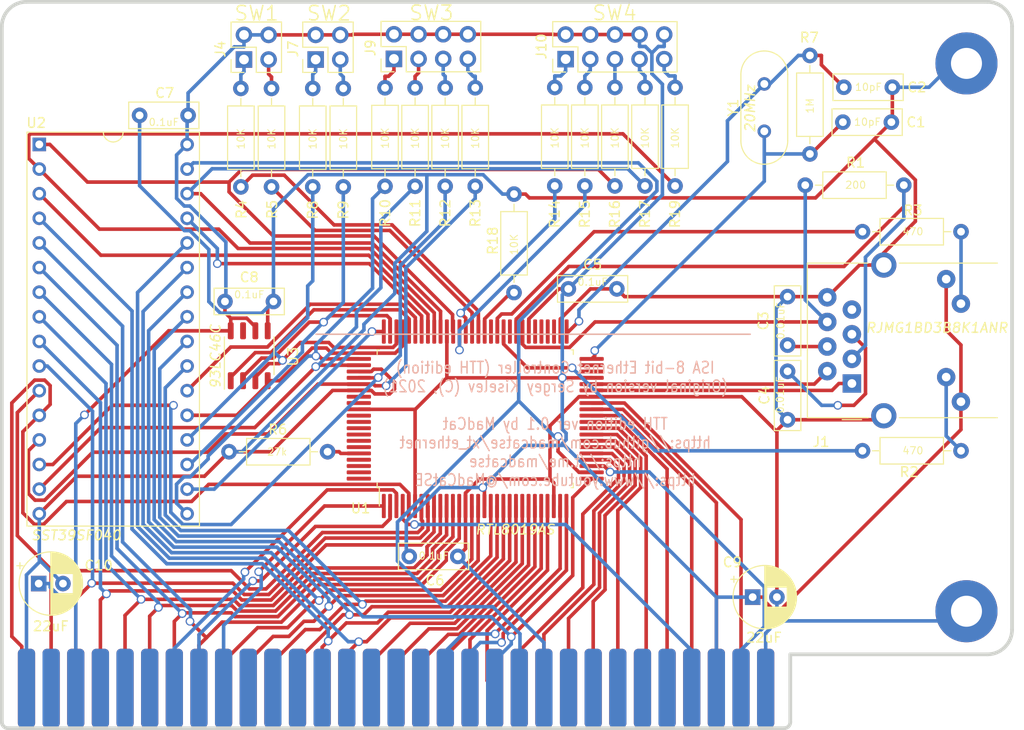
<source format=kicad_pcb>
(kicad_pcb (version 20221018) (generator pcbnew)
  (title_block (title "ISA 8-Bit Ethernet Controller") (date "2021-04-22") (rev "1.0") (company "Designed by Sergey Kiselev") (comment 2 "Licensed under CERN-OHL-S: https://cern-ohl.web.cern.ch") (comment 3 "Documentation and design files: https://github.com/skiselev/isa8_eth") (comment 4 "ISA 8-Bit Ethernet Controller is an open source hardware project"))
  (layers (0 "F.Cu" signal "Front") (31 "B.Cu" signal "Back") (34 "B.Paste" user) (35 "F.Paste" user) (36 "B.SilkS" user "B.Silkscreen") (37 "F.SilkS" user "F.Silkscreen") (38 "B.Mask" user) (39 "F.Mask" user) (44 "Edge.Cuts" user))
  (net 0 "")
  (net 1 "/A0")
  (net 2 "/A1")
  (net 3 "/A10")
  (net 4 "/A11")
  (net 5 "/A12")
  (net 6 "/A13")
  (net 7 "/A14")
  (net 8 "/A15")
  (net 9 "/A16")
  (net 10 "/A17")
  (net 11 "/A18")
  (net 12 "/A19")
  (net 13 "/A2")
  (net 14 "/A3")
  (net 15 "/A4")
  (net 16 "/A5")
  (net 17 "/A6")
  (net 18 "/A7")
  (net 19 "/A8")
  (net 20 "/A9")
  (net 21 "/AEN")
  (net 22 "/D0")
  (net 23 "/D1")
  (net 24 "/D2")
  (net 25 "/D3")
  (net 26 "/D4")
  (net 27 "/D5")
  (net 28 "/D6")
  (net 29 "/D7")
  (net 30 "/~{IOR}")
  (net 31 "/~{IOW}")
  (net 32 "GND")
  (net 33 "VCC")
  (net 34 "/RSTDRV")
  (net 35 "/IRQ9")
  (net 41 "/~{SMEMW}")
  (net 42 "/~{SMEMR}")
  (net 51 "/IRQ5")
  (net 52 "/IRQ4")
  (net 53 "/IRQ3")
  (net 59 "/IOCHRDY")
  (net 60 "/~{IOCS16}")
  (net 61 "Net-(U1-X1)")
  (net 62 "Net-(U1-X2)")
  (net 63 "Net-(J1-TCT)")
  (net 64 "Net-(J1-RCT)")
  (net 65 "/TP_RX-")
  (net 66 "/TP_RX+")
  (net 67 "/TP_TX-")
  (net 68 "/TP_TX+")
  (net 69 "/LED_LINK")
  (net 70 "/JP")
  (net 71 "/BA18")
  (net 72 "/BA17")
  (net 73 "/BA16")
  (net 74 "/BD6")
  (net 75 "/BD5")
  (net 76 "/BD4")
  (net 77 "/BD3")
  (net 78 "/BD2")
  (net 79 "/BD1")
  (net 80 "/BD0")
  (net 81 "Net-(J1-LEDY_K)")
  (net 82 "Net-(J1-LEDG_K)")
  (net 84 "/BA15")
  (net 85 "/BA14")
  (net 86 "/~{BCS}")
  (net 87 "/EECS")
  (net 88 "/BD7")
  (net 89 "/BA19")
  (net 90 "/BA20")
  (net 91 "/BA21")
  (net 92 "/LED_CRS")
  (net 113 "/AUI")
  (net 115 "Net-(J4-Pin_1)")
  (net 116 "Net-(J4-Pin_3)")
  (net 117 "Net-(J7-Pin_1)")
  (net 118 "Net-(J7-Pin_3)")
  (net 119 "Net-(J9-Pin_1)")
  (net 120 "Net-(J9-Pin_3)")
  (net 121 "Net-(J9-Pin_5)")
  (net 122 "Net-(J9-Pin_7)")
  (net 123 "Net-(J10-Pin_1)")
  (net 124 "Net-(J10-Pin_3)")
  (net 125 "Net-(J10-Pin_5)")
  (net 126 "Net-(J10-Pin_7)")
  (net 127 "Net-(J10-Pin_9)")
  (footprint "xt_eth:MountingHole_3.2mm_M3_Pad_Via" (layer "F.Cu") (at 201.041 66.04)
    (fp_text reference "HOLE1" hide)
    (fp_text value "M3")
  )
  (footprint "xt_eth:MountingHole_3.2mm_M3_Pad_Via" (layer "F.Cu") (at 201.041 122.555)
    (fp_text reference "HOLE2" hide)
    (fp_text value "M3")
  )
  (footprint "xt_eth:Crystal_HC-49U_Vert" (layer "F.Cu") (at 180.2 70.6 90)
    (fp_text reference "Y1")
    (fp_text value "20MHz")
  )
  (footprint "xt_eth:Socket_DIP32_600" (layer "F.Cu") (at 113.08 93.45 -90)
    (fp_text reference "U2")
    (fp_text value "SST39SF040")
  )
  (footprint "xt_eth:SO-8_3.9x4.9mm_P1.27mm" (layer "F.Cu") (at 127.1 96.2 90)
    (fp_text reference "U3")
    (fp_text value "93LC46C")
  )
  (footprint "xt_eth:C_Disc_D7.0mm_W2.5mm_P5.00mm" (layer "F.Cu") (at 160 89.3)
    (fp_text reference "C5")
    (fp_text value "0.1uF")
  )
  (footprint "xt_eth:C_Disc_D7.0mm_W2.5mm_P5.00mm" (layer "F.Cu") (at 124.6 90.6)
    (fp_text reference "C8")
    (fp_text value "0.1uF")
  )
  (footprint "xt_eth:R_Axial_DIN0207_L6.3mm_D2.5mm_P10.16mm_Horizontal" (layer "F.Cu") (at 125.02 106.1)
    (fp_text reference "R6")
    (fp_text value "27k")
  )
  (footprint "xt_eth:R_Axial_DIN0207_L6.3mm_D2.5mm_P10.16mm_Horizontal" (layer "F.Cu") (at 184.9 75.38 90)
    (fp_text reference "R7")
    (fp_text value "1M")
  )
  (footprint "xt_eth:C_Disc_D7.0mm_W2.5mm_P5.00mm" (layer "F.Cu") (at 120.8 71.4 180)
    (fp_text reference "C7")
    (fp_text value "0.1uF")
  )
  (footprint "xt_eth:IC_PQFP-100_14x20mm_P0.65mm_Hand_Soldering" (layer "F.Cu") (at 150.4 102.7 90)
    (fp_text reference "U1")
    (fp_text value "RTL8019AS")
  )
  (footprint "xt_eth:R_Axial_DIN0207_L6.3mm_D2.5mm_P10.16mm_Horizontal" (layer "F.Cu") (at 194.58 78.6 180)
    (fp_text reference "R1")
    (fp_text value "200")
  )
  (footprint "xt_eth:C_Disc_D7.0mm_W2.5mm_P5.00mm" (layer "F.Cu") (at 182.6 95.1 90)
    (fp_text reference "C3")
    (fp_text value "0.01uF")
  )
  (footprint "xt_eth:R_Axial_DIN0207_L6.3mm_D2.5mm_P10.16mm_Horizontal" (layer "F.Cu") (at 200.48 83.4 180)
    (fp_text reference "R3")
    (fp_text value "470")
  )
  (footprint "xt_eth:C_Disc_D7.0mm_W2.5mm_P5.00mm" (layer "F.Cu") (at 193.3 72.1 180)
    (fp_text reference "C1")
    (fp_text value "10pF")
  )
  (footprint "xt_eth:C_Disc_D7.0mm_W2.5mm_P5.00mm" (layer "F.Cu") (at 193.4 68.5 180)
    (fp_text reference "C2")
    (fp_text value "10pF")
  )
  (footprint "xt_eth:Conn_Edge_PCB_ISA8" (layer "F.Cu") (at 142.24 130.4925)
    (fp_text reference "BUS1" hide)
    (fp_text value "BUSPC_DEV" hide)
  )
  (footprint "xt_eth:C_Disc_D7.0mm_W2.5mm_P5.00mm" (layer "F.Cu") (at 143.6 116.9)
    (fp_text reference "C6")
    (fp_text value "0.1uF")
  )
  (footprint "xt_eth:R_Axial_DIN0207_L6.3mm_D2.5mm_P10.16mm_Horizontal" (layer "F.Cu") (at 200.48 106 180)
    (fp_text reference "R2")
    (fp_text value "470")
  )
  (footprint "xt_eth:C_Disc_D7.0mm_W2.5mm_P5.00mm" (layer "F.Cu") (at 182.6 97.8 -90)
    (fp_text reference "C4")
    (fp_text value "0.01uF")
  )
  (footprint "xt_eth:RJ45_Amphenol_RJMG1BD3B8K1ANR" (layer "F.Cu") (at 189.23 99.06 90)
    (fp_text reference "J1")
    (fp_text value "RJMG1BD3B8K1ANR")
  )
  (footprint "xt_eth:CP_Radial_D6.3mm_P2.50mm" (layer "F.Cu") (at 179 121.1)
    (fp_text reference "C9")
    (fp_text value "22uF")
  )
  (footprint "xt_eth:CP_Radial_D6.3mm_P2.50mm" (layer "F.Cu") (at 105.4 119.7)
    (fp_text reference "C10")
    (fp_text value "22uF")
  )
  (footprint "xt_eth:R_Axial_DIN0207_L6.3mm_D2.5mm_P10.16mm_Horizontal" (layer "F.Cu") (at 141.1 78.715 90)
    (fp_text reference "R10")
    (fp_text value "10K")
  )
  (footprint "xt_eth:PinHeader_2x02_P2.54mm_Vertical" (layer "F.Cu") (at 126.56 65.64 90)
    (fp_text reference "J4")
    (fp_text value "Conn_02x02_Odd_Even")
  )
  (footprint "xt_eth:PinHeader_2x02_P2.54mm_Vertical" (layer "F.Cu") (at 133.95 65.64 90)
    (fp_text reference "J7")
    (fp_text value "Conn_02x02_Odd_Even")
  )
  (footprint "xt_eth:PinHeader_2x05_P2.54mm_Vertical" (layer "F.Cu") (at 159.72 65.6 90)
    (fp_text reference "J10")
    (fp_text value "Conn_02x05_Odd_Even")
  )
  (footprint "xt_eth:R_Axial_DIN0207_L6.3mm_D2.5mm_P10.16mm_Horizontal" (layer "F.Cu") (at 136.8 78.78 90)
    (fp_text reference "R9")
    (fp_text value "10K")
  )
  (footprint "xt_eth:R_Axial_DIN0207_L6.3mm_D2.5mm_P10.16mm_Horizontal" (layer "F.Cu") (at 147.3 78.715 90)
    (fp_text reference "R12")
    (fp_text value "10K")
  )
  (footprint "xt_eth:R_Axial_DIN0207_L6.3mm_D2.5mm_P10.16mm_Horizontal" (layer "F.Cu") (at 154.4 89.68 90)
    (fp_text reference "R18")
    (fp_text value "10K")
  )
  (footprint "xt_eth:R_Axial_DIN0207_L6.3mm_D2.5mm_P10.16mm_Horizontal" (layer "F.Cu") (at 161.7 78.68 90)
    (fp_text reference "R15")
    (fp_text value "10K")
  )
  (footprint "xt_eth:R_Axial_DIN0207_L6.3mm_D2.5mm_P10.16mm_Horizontal" (layer "F.Cu") (at 150.4 78.715 90)
    (fp_text reference "R13")
    (fp_text value "10K")
  )
  (footprint "xt_eth:R_Axial_DIN0207_L6.3mm_D2.5mm_P10.16mm_Horizontal" (layer "F.Cu") (at 164.8 78.68 90)
    (fp_text reference "R16")
    (fp_text value "10K")
  )
  (footprint "xt_eth:PinHeader_2x04_P2.54mm_Vertical" (layer "F.Cu") (at 142.02 65.575 90)
    (fp_text reference "J9")
    (fp_text value "Conn_02x04_Odd_Even")
  )
  (footprint "xt_eth:R_Axial_DIN0207_L6.3mm_D2.5mm_P10.16mm_Horizontal" (layer "F.Cu") (at 158.6 78.68 90)
    (fp_text reference "R14")
    (fp_text value "10K")
  )
  (footprint "xt_eth:R_Axial_DIN0207_L6.3mm_D2.5mm_P10.16mm_Horizontal" (layer "F.Cu") (at 126.24 78.78 90)
    (fp_text reference "R4")
    (fp_text value "10K")
  )
  (footprint "xt_eth:R_Axial_DIN0207_L6.3mm_D2.5mm_P10.16mm_Horizontal" (layer "F.Cu") (at 133.65 78.78 90)
    (fp_text reference "R8")
    (fp_text value "10K")
  )
  (footprint "xt_eth:R_Axial_DIN0207_L6.3mm_D2.5mm_P10.16mm_Horizontal" (layer "F.Cu") (at 167.9 78.68 90)
    (fp_text reference "R17")
    (fp_text value "10K")
  )
  (footprint "xt_eth:R_Axial_DIN0207_L6.3mm_D2.5mm_P10.16mm_Horizontal" (layer "F.Cu") (at 171 78.68 90)
    (fp_text reference "R19")
    (fp_text value "10K")
  )
  (footprint "xt_eth:R_Axial_DIN0207_L6.3mm_D2.5mm_P10.16mm_Horizontal" (layer "F.Cu") (at 144.2 78.715 90)
    (fp_text reference "R11")
    (fp_text value "10K")
  )
  (footprint "xt_eth:R_Axial_DIN0207_L6.3mm_D2.5mm_P10.16mm_Horizontal" (layer "F.Cu") (at 129.4 78.78 90)
    (fp_text reference "R5")
    (fp_text value "10K")
  )
  (gr_line (start 133.985 93.98) (end 178.7525 93.98) (stroke (width 0.15)) (layer "B.SilkS"))
  (gr_line (start 101.6 133.985) (end 101.6 62.23) (stroke (width 0.381)) (layer "Edge.Cuts"))
  (gr_line (start 203.2 59.69) (end 104.14 59.69) (stroke (width 0.381)) (layer "Edge.Cuts"))
  (gr_arc (start 205.74 124.46) (mid 204.996051 126.256051) (end 203.2 127) (stroke (width 0.381)) (layer "Edge.Cuts"))
  (gr_line (start 182.88 133.985) (end 182.88 127) (stroke (width 0.381)) (layer "Edge.Cuts"))
  (gr_line (start 102.235 134.62) (end 182.245 134.62) (stroke (width 0.381)) (layer "Edge.Cuts"))
  (gr_line (start 203.2 127) (end 182.88 127) (stroke (width 0.381)) (layer "Edge.Cuts"))
  (gr_arc (start 203.2 59.69) (mid 204.996051 60.433949) (end 205.74 62.23) (stroke (width 0.381)) (layer "Edge.Cuts"))
  (gr_arc (start 182.88 133.985) (mid 182.694013 134.434013) (end 182.245 134.62) (stroke (width 0.381)) (layer "Edge.Cuts"))
  (gr_line (start 205.74 124.46) (end 205.74 62.23) (stroke (width 0.381)) (layer "Edge.Cuts"))
  (gr_arc (start 101.6 62.23) (mid 102.343949 60.433949) (end 104.14 59.69) (stroke (width 0.381)) (layer "Edge.Cuts"))
  (gr_arc (start 102.235 134.62) (mid 101.785987 134.434013) (end 101.6 133.985) (stroke (width 0.381)) (layer "Edge.Cuts"))
  (gr_text "ISA 8-bit Ethernet Controller (TTH edition)\n(Original version by Sergey Kiselev (C), 2021)\n\nTTH edition ver 0.1 by MadCat\nhttps://github.com/madcatse/xt_ethernet\nhttps://t.me/madcatse\nhttps://www.youtube.com/@MadCatSE\n\n" (at 158.6484 104.1908) (layer "B.SilkS") (effects (font (size 1.2 1)) (justify mirror)))
  (gr_text "SW2" (at 132.9436 61.7474) (layer "F.SilkS") (effects (font (size 1.5 1.5)) (justify left bottom)))
  (gr_text "SW4" (at 162.3822 61.705) (layer "F.SilkS") (effects (font (size 1.5 1.5)) (justify left bottom)))
  (gr_text "SW3" (at 143.5024 61.705) (layer "F.SilkS") (effects (font (size 1.5 1.5)) (justify left bottom)))
  (gr_text "SW1" (at 125.476 61.7474) (layer "F.SilkS") (effects (font (size 1.5 1.5)) (justify left bottom)))
  (segment (start 142.6331 109.4662) (end 122.9268 109.4662) (width 0.3684) (layer "F.Cu") (net 1))
  (segment (start 108.2639 111.23) (end 105.9093 113.5846) (width 0.3684) (layer "F.Cu") (net 1))
  (segment (start 104.9831 98.7144) (end 102.6278 101.0697) (width 0.3684) (layer "F.Cu") (net 1))
  (segment (start 103.6574 126.1872) (end 103.6574 130.0099) (width 0.3684) (layer "F.Cu") (net 1))
  (segment (start 106.5781 101.2219) (end 106.5781 99.2791) (width 0.3684) (layer "F.Cu") (net 1))
  (segment (start 143.55 111.7) (end 143.55 110.3831) (width 0.3684) (layer "F.Cu") (net 1))
  (segment (start 121.163 111.23) (end 108.2639 111.23) (width 0.3684) (layer "F.Cu") (net 1))
  (segment (start 103.6574 130.0099) (end 104.14 130.4925) (width 0.3684) (layer "F.Cu") (net 1))
  (segment (start 143.55 110.3831) (end 142.6331 109.4662) (width 0.3684) (layer "F.Cu") (net 1))
  (segment (start 103.7684 112.4056) (end 103.7684 104.0316) (width 0.3684) (layer "F.Cu") (net 1))
  (segment (start 106.5781 99.2791) (end 106.0134 98.7144) (width 0.3684) (layer "F.Cu") (net 1))
  (segment (start 106.0134 98.7144) (end 104.9831 98.7144) (width 0.3684) (layer "F.Cu") (net 1))
  (segment (start 102.6278 101.0697) (end 102.6278 125.1576) (width 0.3684) (layer "F.Cu") (net 1))
  (segment (start 102.6278 125.1576) (end 103.6574 126.1872) (width 0.3684) (layer "F.Cu") (net 1))
  (segment (start 105.46 102.34) (end 106.5781 101.2219) (width 0.3684) (layer "F.Cu") (net 1))
  (segment (start 103.7684 104.0316) (end 105.46 102.34) (width 0.3684) (layer "F.Cu") (net 1))
  (segment (start 105.9093 113.5846) (end 104.9474 113.5846) (width 0.3684) (layer "F.Cu") (net 1))
  (segment (start 122.9268 109.4662) (end 121.163 111.23) (width 0.3684) (layer "F.Cu") (net 1))
  (segment (start 104.9474 113.5846) (end 103.7684 112.4056) (width 0.3684) (layer "F.Cu") (net 1))
  (segment (start 106.68 118.4993) (end 106.68 130.4925) (width 0.3684) (layer "F.Cu") (net 2))
  (segment (start 125.2441 118.37) (end 127.1299 120.2558) (width 0.3684) (layer "F.Cu") (net 2))
  (segment (start 105.46 99.8) (end 103.1981 102.0619) (width 0.3684) (layer "F.Cu") (net 2))
  (segment (start 144.4805 114.4362) (end 144.967 113.9497) (width 0.3684) (layer "F.Cu") (net 2))
  (segment (start 127.1299 120.2558) (end 128.8271 120.2558) (width 0.3684) (layer "F.Cu") (net 2))
  (segment (start 103.1981 102.0619) (end 103.1981 114.7588) (width 0.3684) (layer "F.Cu") (net 2))
  (segment (start 144.967 113.9497) (end 144.967 113.2615) (width 0.3684) (layer "F.Cu") (net 2))
  (segment (start 144.967 113.2615) (end 144.85 113.1445) (width 0.3684) (layer "F.Cu") (net 2))
  (segment (start 134.6467 114.4362) (end 144.4805 114.4362) (width 0.3684) (layer "F.Cu") (net 2))
  (segment (start 144.85 113.1445) (end 144.85 111.7) (width 0.3684) (layer "F.Cu") (net 2))
  (segment (start 106.8093 118.37) (end 125.2441 118.37) (width 0.3684) (layer "F.Cu") (net 2))
  (segment (start 103.1981 114.7588) (end 106.8093 118.37) (width 0.3684) (layer "F.Cu") (net 2))
  (segment (start 128.8271 120.2558) (end 134.6467 114.4362) (width 0.3684) (layer "F.Cu") (net 2))
  (segment (start 106.8093 118.37) (end 106.68 118.4993) (width 0.3684) (layer "F.Cu") (net 2))
  (segment (start 152 111.7) (end 152 116.8414) (width 0.3684) (layer "F.Cu") (net 3))
  (segment (start 139.0989 121.5164) (end 138.7689 121.8464) (width 0.3684) (layer "F.Cu") (net 3))
  (segment (start 134.375 124.4464) (end 136.975 121.8464) (width 0.3684) (layer "F.Cu") (net 3))
  (segment (start 152 116.8414) (end 147.325 121.5164) (width 0.3684) (layer "F.Cu") (net 3))
  (segment (start 129.54 130.4925) (end 129.54 127.7863) (width 0.3684) (layer "F.Cu") (net 3))
  (segment (start 147.325 121.5164) (end 139.0989 121.5164) (width 0.3684) (layer "F.Cu") (net 3))
  (segment (start 132.8799 124.4464) (end 134.375 124.4464) (width 0.3684) (layer "F.Cu") (net 3))
  (segment (start 136.975 121.8464) (end 138.7689 121.8464) (width 0.3684) (layer "F.Cu") (net 3))
  (segment (start 129.54 127.7863) (end 132.8799 124.4464) (width 0.3684) (layer "F.Cu") (net 3))
  (via (at 138.7689 121.8464) (size 0.889) (drill 0.635) (layers "F.Cu" "B.Cu") (net 3))
  (segment (start 120.7 97.26) (end 118.4465 99.5135) (width 0.3684) (layer "B.Cu") (net 3))
  (segment (start 120.0487 114.2292) (end 131.1517 114.2292) (width 0.3684) (layer "B.Cu") (net 3))
  (segment (start 131.1517 114.2292) (end 138.7689 121.8464) (width 0.3684) (layer "B.Cu") (net 3))
  (segment (start 118.4465 112.627) (end 120.0487 114.2292) (width 0.3684) (layer "B.Cu") (net 3))
  (segment (start 118.4465 99.5135) (end 118.4465 112.627) (width 0.3684) (layer "B.Cu") (net 3))
  (segment (start 152.65 111.7) (end 152.65 116.998) (width 0.3684) (layer "F.Cu") (net 4))
  (segment (start 139.7427 122.0867) (end 138.9121 122.9173) (width 0.3684) (layer "F.Cu") (net 4))
  (segment (start 138.9121 122.9173) (end 137.43 122.9173) (width 0.3684) (layer "F.Cu") (net 4))
  (segment (start 136.7788 122.9173) (end 132.08 127.6161) (width 0.3684) (layer "F.Cu") (net 4))
  (segment (start 147.5613 122.0867) (end 139.7427 122.0867) (width 0.3684) (layer "F.Cu") (net 4))
  (segment (start 137.43 122.9173) (end 136.7788 122.9173) (width 0.3684) (layer "F.Cu") (net 4))
  (segment (start 152.65 116.998) (end 147.5613 122.0867) (width 0.3684) (layer "F.Cu") (net 4))
  (segment (start 132.08 127.6161) (end 132.08 130.4925) (width 0.3684) (layer "F.Cu") (net 4))
  (via (at 137.43 122.9173) (size 0.889) (drill 0.635) (layers "F.Cu" "B.Cu") (net 4))
  (segment (start 137.43 122.6012) (end 137.43 122.9173) (width 0.3684) (layer "B.Cu") (net 4))
  (segment (start 130.2015 115.3727) (end 137.43 122.6012) (width 0.3684) (layer "B.Cu") (net 4))
  (segment (start 117.3059 95.5741) (end 117.3059 113.105) (width 0.3684) (layer "B.Cu") (net 4))
  (segment (start 119.5736 115.3727) (end 130.2015 115.3727) (width 0.3684) (layer "B.Cu") (net 4))
  (segment (start 117.3059 113.105) (end 119.5736 115.3727) (width 0.3684) (layer "B.Cu") (net 4))
  (segment (start 120.7 92.18) (end 117.3059 95.5741) (width 0.3684) (layer "B.Cu") (net 4))
  (segment (start 147.8168 122.657) (end 141.4274 122.657) (width 0.3684) (layer "F.Cu") (net 5))
  (segment (start 140.3222 123.7622) (end 137.1085 123.7622) (width 0.3684) (layer "F.Cu") (net 5))
  (segment (start 153.3 117.1738) (end 147.8168 122.657) (width 0.3684) (layer "F.Cu") (net 5))
  (segment (start 141.4274 122.657) (end 140.3222 123.7622) (width 0.3684) (layer "F.Cu") (net 5))
  (segment (start 134.62 126.2507) (end 135.2419 125.6288) (width 0.3684) (layer "F.Cu") (net 5))
  (segment (start 137.1085 123.7622) (end 135.2419 125.6288) (width 0.3684) (layer "F.Cu") (net 5))
  (segment (start 153.3 111.7) (end 153.3 117.1738) (width 0.3684) (layer "F.Cu") (net 5))
  (segment (start 134.62 130.4925) (end 134.62 126.2507) (width 0.3684) (layer "F.Cu") (net 5))
  (via (at 135.2419 125.6288) (size 0.889) (drill 0.635) (layers "F.Cu" "B.Cu") (net 5))
  (segment (start 105.46 82.02) (end 115.0217 91.5817) (width 0.3684) (layer "B.Cu") (net 5))
  (segment (start 128.4419 117.654) (end 135.2419 124.454) (width 0.3684) (layer "B.Cu") (net 5))
  (segment (start 135.2419 124.454) (end 135.2419 125.6288) (width 0.3684) (layer "B.Cu") (net 5))
  (segment (start 115.0217 114.0779) (end 118.5978 117.654) (width 0.3684) (layer "B.Cu") (net 5))
  (segment (start 118.5978 117.654) (end 128.4419 117.654) (width 0.3684) (layer "B.Cu") (net 5))
  (segment (start 115.0217 91.5817) (end 115.0217 114.0779) (width 0.3684) (layer "B.Cu") (net 5))
  (segment (start 139.1947 125.6962) (end 138.3882 125.6962) (width 0.3684) (layer "F.Cu") (net 6))
  (segment (start 137.16 126.9244) (end 138.3882 125.6962) (width 0.3684) (layer "F.Cu") (net 6))
  (segment (start 141.6636 123.2273) (end 139.1947 125.6962) (width 0.3684) (layer "F.Cu") (net 6))
  (segment (start 153.95 111.7) (end 153.95 117.3308) (width 0.3684) (layer "F.Cu") (net 6))
  (segment (start 148.0535 123.2273) (end 141.6636 123.2273) (width 0.3684) (layer "F.Cu") (net 6))
  (segment (start 153.95 117.3308) (end 148.0535 123.2273) (width 0.3684) (layer "F.Cu") (net 6))
  (segment (start 137.16 130.4925) (end 137.16 126.9244) (width 0.3684) (layer "F.Cu") (net 6))
  (via (at 138.3882 125.6962) (size 0.889) (drill 0.635) (layers "F.Cu" "B.Cu") (net 6))
  (segment (start 137.31 125.6962) (end 138.3882 125.6962) (width 0.3684) (layer "B.Cu") (net 6))
  (segment (start 118.8623 117.0837) (end 128.6975 117.0837) (width 0.3684) (layer "B.Cu") (net 6))
  (segment (start 120.7 84.56) (end 115.592 89.668) (width 0.3684) (layer "B.Cu") (net 6))
  (segment (start 115.592 89.668) (end 115.592 113.8134) (width 0.3684) (layer "B.Cu") (net 6))
  (segment (start 128.6975 117.0837) (end 137.31 125.6962) (width 0.3684) (layer "B.Cu") (net 6))
  (segment (start 115.592 113.8134) (end 118.8623 117.0837) (width 0.3684) (layer "B.Cu") (net 6))
  (segment (start 154.6 117.4873) (end 148.2897 123.7976) (width 0.3684) (layer "F.Cu") (net 7))
  (segment (start 139.7 127.7855) (end 139.7 130.4925) (width 0.3684) (layer "F.Cu") (net 7))
  (segment (start 143.6879 123.7976) (end 139.7 127.7855) (width 0.3684) (layer "F.Cu") (net 7))
  (segment (start 154.6 111.7) (end 154.6 117.4873) (width 0.3684) (layer "F.Cu") (net 7))
  (segment (start 148.2897 123.7976) (end 143.6879 123.7976) (width 0.3684) (layer "F.Cu") (net 7))
  (segment (start 155.25 117.6438) (end 148.5259 124.3679) (width 0.3684) (layer "F.Cu") (net 8))
  (segment (start 142.24 127.7529) (end 142.24 130.4925) (width 0.3684) (layer "F.Cu") (net 8))
  (segment (start 155.25 111.7) (end 155.25 117.6438) (width 0.3684) (layer "F.Cu") (net 8))
  (segment (start 145.625 124.3679) (end 142.24 127.7529) (width 0.3684) (layer "F.Cu") (net 8))
  (segment (start 148.5259 124.3679) (end 145.625 124.3679) (width 0.3684) (layer "F.Cu") (net 8))
  (segment (start 147.6333 124.9382) (end 144.78 127.7915) (width 0.3684) (layer "F.Cu") (net 9))
  (segment (start 144.78 127.7915) (end 144.78 130.4925) (width 0.3684) (layer "F.Cu") (net 9))
  (segment (start 148.7622 124.9382) (end 147.6333 124.9382) (width 0.3684) (layer "F.Cu") (net 9))
  (segment (start 155.9 111.7) (end 155.9 117.8004) (width 0.3684) (layer "F.Cu") (net 9))
  (segment (start 155.9 117.8004) (end 148.7622 124.9382) (width 0.3684) (layer "F.Cu") (net 9))
  (segment (start 156.55 111.7) (end 156.55 117.9588) (width 0.3684) (layer "F.Cu") (net 10))
  (segment (start 147.32 127.1888) (end 147.32 130.4925) (width 0.3684) (layer "F.Cu") (net 10))
  (segment (start 156.55 117.9588) (end 147.32 127.1888) (width 0.3684) (layer "F.Cu") (net 10))
  (segment (start 149.86 125.4815) (end 149.86 130.4925) (width 0.3684) (layer "F.Cu") (net 11))
  (segment (start 157.2 118.1415) (end 149.86 125.4815) (width 0.3684) (layer "F.Cu") (net 11))
  (segment (start 157.2 111.7) (end 157.2 118.1415) (width 0.3684) (layer "F.Cu") (net 11))
  (segment (start 151.622 129.7145) (end 152.4 130.4925) (width 0.3684) (layer "F.Cu") (net 12))
  (segment (start 157.85 118.3244) (end 151.622 124.5524) (width 0.3684) (layer "F.Cu") (net 12))
  (segment (start 157.85 111.7) (end 157.85 118.3244) (width 0.3684) (layer "F.Cu") (net 12))
  (segment (start 151.622 124.5524) (end 151.622 129.7145) (width 0.3684) (layer "F.Cu") (net 12))
  (segment (start 109.22 121.3039) (end 110.8629 119.661) (width 0.3684) (layer "F.Cu") (net 13))
  (segment (start 125.4166 119.661) (end 126.5817 120.8261) (width 0.3684) (layer "F.Cu") (net 13))
  (segment (start 134.933 115.0065) (end 144.7167 115.0065) (width 0.3684) (layer "F.Cu") (net 13))
  (segment (start 144.7167 115.0065) (end 145.5373 114.1859) (width 0.3684) (layer "F.Cu") (net 13))
  (segment (start 126.5817 120.8261) (end 129.1134 120.8261) (width 0.3684) (layer "F.Cu") (net 13))
  (segment (start 109.22 130.4925) (end 109.22 121.3039) (width 0.3684) (layer "F.Cu") (net 13))
  (segment (start 110.8629 119.661) (end 125.4166 119.661) (width 0.3684) (layer "F.Cu") (net 13))
  (segment (start 145.5373 111.7373) (end 145.5 111.7) (width 0.3684) (layer "F.Cu") (net 13))
  (segment (start 129.1134 120.8261) (end 134.933 115.0065) (width 0.3684) (layer "F.Cu") (net 13))
  (segment (start 145.5373 114.1859) (end 145.5373 111.7373) (width 0.3684) (layer "F.Cu") (net 13))
  (via (at 110.8629 119.661) (size 0.889) (drill 0.635) (layers "F.Cu" "B.Cu") (net 13))
  (segment (start 106.2914 97.26) (end 110.9479 101.9165) (width 0.3684) (layer "B.Cu") (net 13))
  (segment (start 105.46 97.26) (end 106.2914 97.26) (width 0.3684) (layer "B.Cu") (net 13))
  (segment (start 110.9479 101.9165) (end 110.9479 119.576) (width 0.3684) (layer "B.Cu") (net 13))
  (segment (start 110.9479 119.576) (end 110.8629 119.661) (width 0.3684) (layer "B.Cu") (net 13))
  (segment (start 129.3496 121.3964) (end 135.0321 115.7139) (width 0.3684) (layer "F.Cu") (net 14))
  (segment (start 144.8158 115.7139) (end 146.15 114.3797) (width 0.3684) (layer "F.Cu") (net 14))
  (segment (start 111.76 130.4925) (end 111.76 121.3826) (width 0.3684) (layer "F.Cu") (net 14))
  (segment (start 135.0321 115.7139) (end 144.8158 115.7139) (width 0.3684) (layer "F.Cu") (net 14))
  (segment (start 125.4062 120.4571) (end 126.3455 121.3964) (width 0.3684) (layer "F.Cu") (net 14))
  (segment (start 111.76 121.3826) (end 112.3788 120.7638) (width 0.3684) (layer "F.Cu") (net 14))
  (segment (start 112.3788 120.7638) (end 112.6855 120.4571) (width 0.3684) (layer "F.Cu") (net 14))
  (segment (start 146.15 114.3797) (end 146.15 111.7) (width 0.3684) (layer "F.Cu") (net 14))
  (segment (start 126.3455 121.3964) (end 129.3496 121.3964) (width 0.3684) (layer "F.Cu") (net 14))
  (segment (start 112.6855 120.4571) (end 125.4062 120.4571) (width 0.3684) (layer "F.Cu") (net 14))
  (via (at 112.3788 120.7638) (size 0.889) (drill 0.635) (layers "F.Cu" "B.Cu") (net 14))
  (segment (start 111.7641 101.0241) (end 111.7641 120.1491) (width 0.3684) (layer "B.Cu") (net 14))
  (segment (start 111.7641 120.1491) (end 112.3788 120.7638) (width 0.3684) (layer "B.Cu") (net 14))
  (segment (start 105.46 94.72) (end 111.7641 101.0241) (width 0.3684) (layer "B.Cu") (net 14))
  (segment (start 133.4599 118.0926) (end 144.1007 118.0926) (width 0.3684) (layer "F.Cu") (net 15))
  (segment (start 129.5858 121.9667) (end 133.4599 118.0926) (width 0.3684) (layer "F.Cu") (net 15))
  (segment (start 144.1007 118.0926) (end 145.4285 116.7648) (width 0.3684) (layer "F.Cu") (net 15))
  (segment (start 114.3 122.9799) (end 115.9543 121.3256) (width 0.3684) (layer "F.Cu") (net 15))
  (segment (start 125.4682 121.3256) (end 126.1093 121.9667) (width 0.3684) (layer "F.Cu") (net 15))
  (segment (start 145.4285 115.9077) (end 146.8 114.5362) (width 0.3684) (layer "F.Cu") (net 15))
  (segment (start 115.9543 121.3256) (end 125.4682 121.3256) (width 0.3684) (layer "F.Cu") (net 15))
  (segment (start 146.8 114.5362) (end 146.8 111.7) (width 0.3684) (layer "F.Cu") (net 15))
  (segment (start 145.4285 116.7648) (end 145.4285 115.9077) (width 0.3684) (layer "F.Cu") (net 15))
  (segment (start 114.3 130.4925) (end 114.3 122.9799) (width 0.3684) (layer "F.Cu") (net 15))
  (segment (start 126.1093 121.9667) (end 129.5858 121.9667) (width 0.3684) (layer "F.Cu") (net 15))
  (via (at 115.9543 121.3256) (size 0.889) (drill 0.635) (layers "F.Cu" "B.Cu") (net 15))
  (segment (start 112.3344 117.7057) (end 115.9543 121.3256) (width 0.3684) (layer "B.Cu") (net 15))
  (segment (start 112.3344 99.0544) (end 112.3344 117.7057) (width 0.3684) (layer "B.Cu") (net 15))
  (segment (start 105.46 92.18) (end 112.3344 99.0544) (width 0.3684) (layer "B.Cu") (net 15))
  (segment (start 117.7413 122.1574) (end 117.9366 121.9621) (width 0.3684) (layer "F.Cu") (net 16))
  (segment (start 117.9366 121.9621) (end 125.2982 121.9621) (width 0.3684) (layer "F.Cu") (net 16))
  (segment (start 116.84 123.0587) (end 117.7413 122.1574) (width 0.3684) (layer "F.Cu") (net 16))
  (segment (start 133.696 118.663) (end 144.3962 118.663) (width 0.3684) (layer "F.Cu") (net 16))
  (segment (start 145.9988 117.0604) (end 145.9988 116.1439) (width 0.3684) (layer "F.Cu") (net 16))
  (segment (start 147.45 114.6927) (end 147.45 111.7) (width 0.3684) (layer "F.Cu") (net 16))
  (segment (start 144.3962 118.663) (end 145.9988 117.0604) (width 0.3684) (layer "F.Cu") (net 16))
  (segment (start 125.8731 122.537) (end 129.822 122.537) (width 0.3684) (layer "F.Cu") (net 16))
  (segment (start 125.2982 121.9621) (end 125.8731 122.537) (width 0.3684) (layer "F.Cu") (net 16))
  (segment (start 129.822 122.537) (end 133.696 118.663) (width 0.3684) (layer "F.Cu") (net 16))
  (segment (start 145.9988 116.1439) (end 147.45 114.6927) (width 0.3684) (layer "F.Cu") (net 16))
  (segment (start 116.84 130.4925) (end 116.84 123.0587) (width 0.3684) (layer "F.Cu") (net 16))
  (via (at 117.7413 122.1574) (size 0.889) (drill 0.635) (layers "F.Cu" "B.Cu") (net 16))
  (segment (start 112.9047 97.0847) (end 112.9047 116.8501) (width 0.3684) (layer "B.Cu") (net 16))
  (segment (start 105.46 89.64) (end 112.9047 97.0847) (width 0.3684) (layer "B.Cu") (net 16))
  (segment (start 117.7413 121.6867) (end 117.7413 122.1574) (width 0.3684) (layer "B.Cu") (net 16))
  (segment (start 112.9047 116.8501) (end 117.7413 121.6867) (width 0.3684) (layer "B.Cu") (net 16))
  (segment (start 120.1925 122.7928) (end 120.2655 122.7198) (width 0.3684) (layer "F.Cu") (net 17))
  (segment (start 130.0582 123.1073) (end 133.9321 119.2334) (width 0.3684) (layer "F.Cu") (net 17))
  (segment (start 146.5705 116.4152) (end 148.1 114.8857) (width 0.3684) (layer "F.Cu") (net 17))
  (segment (start 125.2494 122.7198) (end 125.6369 123.1073) (width 0.3684) (layer "F.Cu") (net 17))
  (segment (start 119.38 123.6053) (end 120.1925 122.7928) (width 0.3684) (layer "F.Cu") (net 17))
  (segment (start 146.5705 117.3227) (end 146.5705 116.4152) (width 0.3684) (layer "F.Cu") (net 17))
  (segment (start 133.9321 119.2334) (end 144.6598 119.2334) (width 0.3684) (layer "F.Cu") (net 17))
  (segment (start 119.38 130.4925) (end 119.38 123.6053) (width 0.3684) (layer "F.Cu") (net 17))
  (segment (start 125.6369 123.1073) (end 130.0582 123.1073) (width 0.3684) (layer "F.Cu") (net 17))
  (segment (start 144.6598 119.2334) (end 146.5705 117.3227) (width 0.3684) (layer "F.Cu") (net 17))
  (segment (start 148.1 114.8857) (end 148.1 111.7) (width 0.3684) (layer "F.Cu") (net 17))
  (segment (start 120.2655 122.7198) (end 125.2494 122.7198) (width 0.3684) (layer "F.Cu") (net 17))
  (via (at 120.1925 122.7928) (size 0.889) (drill 0.635) (layers "F.Cu" "B.Cu") (net 17))
  (segment (start 113.4765 116.0768) (end 120.1925 122.7928) (width 0.3684) (layer "B.Cu") (net 17))
  (segment (start 113.4765 95.1165) (end 113.4765 116.0768) (width 0.3684) (layer "B.Cu") (net 17))
  (segment (start 105.46 87.1) (end 113.4765 95.1165) (width 0.3684) (layer "B.Cu") (net 17))
  (segment (start 121.92 130.4925) (end 121.92 126.0551) (width 0.3684) (layer "F.Cu") (net 18))
  (segment (start 121.92 126.0551) (end 122.6874 125.2877) (width 0.3684) (layer "F.Cu") (net 18))
  (segment (start 147.4139 117.3124) (end 147.4139 116.3947) (width 0.3684) (layer "F.Cu") (net 18))
  (segment (start 130.4188 123.6776) (end 134.2926 119.8038) (width 0.3684) (layer "F.Cu") (net 18))
  (segment (start 122.6874 125.2877) (end 124.2975 123.6776) (width 0.3684) (layer "F.Cu") (net 18))
  (segment (start 147.4139 116.3947) (end 148.75 115.0586) (width 0.3684) (layer "F.Cu") (net 18))
  (segment (start 122.6874 125.2877) (end 120.9947 123.595) (width 0.3684) (layer "F.Cu") (net 18))
  (segment (start 124.2975 123.6776) (end 130.4188 123.6776) (width 0.3684) (layer "F.Cu") (net 18))
  (segment (start 134.2926 119.8038) (end 144.9225 119.8038) (width 0.3684) (layer "F.Cu") (net 18))
  (segment (start 144.9225 119.8038) (end 147.4139 117.3124) (width 0.3684) (layer "F.Cu") (net 18))
  (segment (start 148.75 115.0586) (end 148.75 111.7) (width 0.3684) (layer "F.Cu") (net 18))
  (via (at 120.9947 123.595) (size 0.889) (drill 0.635) (layers "F.Cu" "B.Cu") (net 18))
  (segment (start 105.46 84.56) (end 114.0468 93.1468) (width 0.3684) (layer "B.Cu") (net 18))
  (segment (start 121.0476 122.4141) (end 121.0476 123.5421) (width 0.3684) (layer "B.Cu") (net 18))
  (segment (start 114.0468 93.1468) (end 114.0468 115.4133) (width 0.3684) (layer "B.Cu") (net 18))
  (segment (start 114.0468 115.4133) (end 121.0476 122.4141) (width 0.3684) (layer "B.Cu") (net 18))
  (segment (start 121.0476 123.5421) (end 120.9947 123.595) (width 0.3684) (layer "B.Cu") (net 18))
  (segment (start 131.0701 124.2479) (end 133.8668 121.4512) (width 0.3684) (layer "F.Cu") (net 19))
  (segment (start 146.8526 120.3758) (end 135.3742 120.3758) (width 0.3684) (layer "F.Cu") (net 19))
  (segment (start 150.05 111.7) (end 150.05 117.1784) (width 0.3684) (layer "F.Cu") (net 19))
  (segment (start 135.3742 120.3758) (end 134.2988 121.4512) (width 0.3684) (layer "F.Cu") (net 19))
  (segment (start 124.46 130.4925) (end 124.46 127.7532) (width 0.3684) (layer "F.Cu") (net 19))
  (segment (start 124.46 127.7532) (end 127.9653 124.2479) (width 0.3684) (layer "F.Cu") (net 19))
  (segment (start 133.8668 121.4512) (end 134.2988 121.4512) (width 0.3684) (layer "F.Cu") (net 19))
  (segment (start 127.9653 124.2479) (end 131.0701 124.2479) (width 0.3684) (layer "F.Cu") (net 19))
  (segment (start 150.05 117.1784) (end 146.8526 120.3758) (width 0.3684) (layer "F.Cu") (net 19))
  (via (at 134.2988 121.4512) (size 0.889) (drill 0.635) (layers "F.Cu" "B.Cu") (net 19))
  (segment (start 116.1623 91.6377) (end 116.1623 113.5772) (width 0.3684) (layer "B.Cu") (net 19))
  (segment (start 129.3609 116.5133) (end 134.2988 121.4512) (width 0.3684) (layer "B.Cu") (net 19))
  (segment (start 116.1623 113.5772) (end 119.0984 116.5133) (width 0.3684) (layer "B.Cu") (net 19))
  (segment (start 120.7 87.1) (end 116.1623 91.6377) (width 0.3684) (layer "B.Cu") (net 19))
  (segment (start 119.0984 116.5133) (end 129.3609 116.5133) (width 0.3684) (layer "B.Cu") (net 19))
  (segment (start 136.4061 120.9461) (end 135.3023 122.0499) (width 0.3684) (layer "F.Cu") (net 20))
  (segment (start 147.0888 120.9461) (end 136.4061 120.9461) (width 0.3684) (layer "F.Cu") (net 20))
  (segment (start 127 127.721) (end 129.5694 125.1516) (width 0.3684) (layer "F.Cu") (net 20))
  (segment (start 150.7 117.3349) (end 147.0888 120.9461) (width 0.3684) (layer "F.Cu") (net 20))
  (segment (start 127 130.4925) (end 127 127.721) (width 0.3684) (layer "F.Cu") (net 20))
  (segment (start 150.7 111.7) (end 150.7 117.3349) (width 0.3684) (layer "F.Cu") (net 20))
  (segment (start 129.5694 125.1516) (end 131.1877 125.1516) (width 0.3684) (layer "F.Cu") (net 20))
  (segment (start 133.7603 123.5919) (end 135.3023 122.0499) (width 0.3684) (layer "F.Cu") (net 20))
  (segment (start 131.1877 125.1516) (end 132.7474 123.5919) (width 0.3684) (layer "F.Cu") (net 20))
  (segment (start 132.7474 123.5919) (end 133.7603 123.5919) (width 0.3684) (layer "F.Cu") (net 20))
  (via (at 135.3023 122.0499) (size 0.889) (drill 0.635) (layers "F.Cu" "B.Cu") (net 20))
  (segment (start 120.7 89.64) (end 116.7326 93.6074) (width 0.3684) (layer "B.Cu") (net 20))
  (segment (start 119.3346 115.943) (end 129.9653 115.943) (width 0.3684) (layer "B.Cu") (net 20))
  (segment (start 116.7326 113.341) (end 119.3346 115.943) (width 0.3684) (layer "B.Cu") (net 20))
  (segment (start 129.9653 115.943) (end 135.3023 121.28) (width 0.3684) (layer "B.Cu") (net 20))
  (segment (start 116.7326 93.6074) (end 116.7326 113.341) (width 0.3684) (layer "B.Cu") (net 20))
  (segment (start 135.3023 121.28) (end 135.3023 122.0499) (width 0.3684) (layer "B.Cu") (net 20))
  (segment (start 161.489 112.5368) (end 165.1675 108.8583) (width 0.3684) (layer "F.Cu") (net 21))
  (segment (start 154.94 130.4925) (end 154.94 126.6613) (width 0.3684) (layer "F.Cu") (net 21))
  (segment (start 165.1675 108.8583) (end 165.1675 107.8203) (width 0.3684) (layer "F.Cu") (net 21))
  (segment (start 165.1675 107.8203) (end 164.2722 106.925) (width 0.3684) (layer "F.Cu") (net 21))
  (segment (start 164.2722 106.925) (end 162.4 106.925) (width 0.3684) (layer "F.Cu") (net 21))
  (segment (start 161.489 120.1123) (end 161.489 112.5368) (width 0.3684) (layer "F.Cu") (net 21))
  (segment (start 154.94 126.6613) (end 161.489 120.1123) (width 0.3684) (layer "F.Cu") (net 21))
  (segment (start 160.02 123.2938) (end 163.2129 120.1009) (width 0.3684) (layer "F.Cu") (net 22))
  (segment (start 164.6899 105.625) (end 162.4 105.625) (width 0.3684) (layer "F.Cu") (net 22))
  (segment (start 166.3111 109.3298) (end 166.3111 107.2462) (width 0.3684) (layer "F.Cu") (net 22))
  (segment (start 160.02 130.4925) (end 160.02 123.2938) (width 0.3684) (layer "F.Cu") (net 22))
  (segment (start 166.3111 107.2462) (end 164.6899 105.625) (width 0.3684) (layer "F.Cu") (net 22))
  (segment (start 163.2129 120.1009) (end 163.2129 112.428) (width 0.3684) (layer "F.Cu") (net 22))
  (segment (start 163.2129 112.428) (end 166.3111 109.3298) (width 0.3684) (layer "F.Cu") (net 22))
  (segment (start 166.8814 107.01) (end 164.8464 104.975) (width 0.3684) (layer "F.Cu") (net 23))
  (segment (start 163.7813 112.6661) (end 166.8814 109.566) (width 0.3684) (layer "F.Cu") (net 23))
  (segment (start 164.8464 104.975) (end 162.4 104.975) (width 0.3684) (layer "F.Cu") (net 23))
  (segment (start 162.56 121.557638) (end 163.7813 120.336338) (width 0.3684) (layer "F.Cu") (net 23))
  (segment (start 162.56 130.4925) (end 162.56 121.557638) (width 0.3684) (layer "F.Cu") (net 23))
  (segment (start 163.7813 120.336338) (end 163.7813 112.6661) (width 0.3684) (layer "F.Cu") (net 23))
  (segment (start 166.8814 109.566) (end 166.8814 107.01) (width 0.3684) (layer "F.Cu") (net 23))
  (segment (start 167.4517 106.7738) (end 165.0029 104.325) (width 0.3684) (layer "F.Cu") (net 24))
  (segment (start 165.1 112.1539) (end 167.4517 109.8022) (width 0.3684) (layer "F.Cu") (net 24))
  (segment (start 167.4517 109.8022) (end 167.4517 106.7738) (width 0.3684) (layer "F.Cu") (net 24))
  (segment (start 165.1 130.4925) (end 165.1 112.1539) (width 0.3684) (layer "F.Cu") (net 24))
  (segment (start 165.0029 104.325) (end 162.4 104.325) (width 0.3684) (layer "F.Cu") (net 24))
  (segment (start 165.1594 103.675) (end 162.4 103.675) (width 0.3684) (layer "F.Cu") (net 25))
  (segment (start 167.64 130.4925) (end 168.022 130.1105) (width 0.3684) (layer "F.Cu") (net 25))
  (segment (start 168.022 106.5376) (end 165.1594 103.675) (width 0.3684) (layer "F.Cu") (net 25))
  (segment (start 168.022 130.1105) (end 168.022 106.5376) (width 0.3684) (layer "F.Cu") (net 25))
  (segment (start 170.18 130.4925) (end 170.18 107.8891) (width 0.3684) (layer "F.Cu") (net 26))
  (segment (start 170.18 107.8891) (end 165.3159 103.025) (width 0.3684) (layer "F.Cu") (net 26))
  (segment (start 165.3159 103.025) (end 162.4 103.025) (width 0.3684) (layer "F.Cu") (net 26))
  (segment (start 172.7199 109.6225) (end 165.4724 102.375) (width 0.3684) (layer "F.Cu") (net 27))
  (segment (start 172.7199 130.4925) (end 172.7199 109.6225) (width 0.3684) (layer "F.Cu") (net 27))
  (segment (start 165.4724 102.375) (end 162.4 102.375) (width 0.3684) (layer "F.Cu") (net 27))
  (segment (start 172.72 130.4925) (end 172.7199 130.4925) (width 0.3684) (layer "F.Cu") (net 27))
  (segment (start 175.26 111.3561) (end 165.6289 101.725) (width 0.3684) (layer "F.Cu") (net 28))
  (segment (start 175.26 130.4925) (end 175.26 111.3561) (width 0.3684) (layer "F.Cu") (net 28))
  (segment (start 165.6289 101.725) (end 162.4 101.725) (width 0.3684) (layer "F.Cu") (net 28))
  (segment (start 177.8 113.0896) (end 165.7854 101.075) (width 0.3684) (layer "F.Cu") (net 29))
  (segment (start 177.8 130.4925) (end 177.8 113.0896) (width 0.3684) (layer "F.Cu") (net 29))
  (segment (start 165.7854 101.075) (end 162.4 101.075) (width 0.3684) (layer "F.Cu") (net 29))
  (segment (start 152.4526 124.8547) (end 152.4526 124.8964) (width 0.3684) (layer "F.Cu") (net 30))
  (segment (start 159.15 111.7) (end 159.15 118.1573) (width 0.3684) (layer "F.Cu") (net 30))
  (segment (start 159.15 118.1573) (end 152.4526 124.8547) (width 0.3684) (layer "F.Cu") (net 30))
  (via (at 152.4526 124.8964) (size 0.889) (drill 0.635) (layers "F.Cu" "B.Cu") (net 30))
  (segment (start 147.32 130.4925) (end 147.32 126.6952) (width 0.3684) (layer "B.Cu") (net 30))
  (segment (start 149.1188 124.8964) (end 152.4526 124.8964) (width 0.3684) (layer "B.Cu") (net 30))
  (segment (start 147.32 126.6952) (end 149.1188 124.8964) (width 0.3684) (layer "B.Cu") (net 30))
  (segment (start 153.2833 125.6088) (end 153.1125 125.7796) (width 0.3684) (layer "F.Cu") (net 31))
  (segment (start 159.8 118.3357) (end 153.2833 124.8524) (width 0.3684) (layer "F.Cu") (net 31))
  (segment (start 153.2833 124.8524) (end 153.2833 125.6088) (width 0.3684) (layer "F.Cu") (net 31))
  (segment (start 159.8 111.7) (end 159.8 118.3357) (width 0.3684) (layer "F.Cu") (net 31))
  (via (at 153.1125 125.7796) (size 0.889) (drill 0.635) (layers "F.Cu" "B.Cu") (net 31))
  (segment (start 149.86 126.8476) (end 150.928 125.7796) (width 0.3684) (layer "B.Cu") (net 31))
  (segment (start 149.86 130.4925) (end 149.86 126.8476) (width 0.3684) (layer "B.Cu") (net 31))
  (segment (start 150.928 125.7796) (end 153.1125 125.7796) (width 0.3684) (layer "B.Cu") (net 31))
  (segment (start 140.0491 100.1361) (end 139.688 99.775) (width 0.3684) (layer "F.Cu") (net 32))
  (segment (start 200.3381 121.8521) (end 201.041 122.555) (width 0.3684) (layer "F.Cu") (net 32))
  (segment (start 192.52 102.39) (end 192.11 102.8) (width 0.3684) (layer "F.Cu") (net 32))
  (segment (start 195.7728 82.3372) (end 195.7728 78.0663) (width 0.3684) (layer "F.Cu") (net 32))
  (segment (start 141.5747 100.1361) (end 140.0491 100.1361) (width 0.3684) (layer "F.Cu") (net 32))
  (segment (start 199.3439 67.7371) (end 200.3381 67.7371) (width 0.3684) (layer "F.Cu") (net 32))
  (segment (start 150.8379 108.9177) (end 149.4 110.3556) (width 0.3684) (layer "F.Cu") (net 32))
  (segment (start 129.005 91.195) (end 129.005 93.625) (width 0.3684) (layer "F.Cu") (net 32))
  (segment (start 155.9777 79.9116) (end 185.4884 79.9116) (width 0.3684) (layer "F.Cu") (net 32))
  (segment (start 202.7381 124.2521) (end 201.7439 124.2521) (width 0.3684) (layer "F.Cu") (net 32))
  (segment (start 193.3 72.1) (end 193.4 72) (width 0.3684) (layer "F.Cu") (net 32))
  (segment (start 135.6976 99.775) (end 138.4 99.775) (width 0.3684) (layer "F.Cu") (net 32))
  (segment (start 200.3381 120.8579) (end 200.3381 121.8521) (width 0.3684) (layer "F.Cu") (net 32))
  (segment (start 200.3381 67.7371) (end 201.041 68.44) (width 0.3684) (layer "F.Cu") (net 32))
  (segment (start 200.3381 120.8579) (end 201.041 120.155) (width 0.3684) (layer "F.Cu") (net 32))
  (segment (start 159.175 93.7) (end 159.175 92.4077) (width 0.3684) (layer "F.Cu") (net 32))
  (segment (start 191.5533 73.8467) (end 193.3 72.1) (width 0.3684) (layer "F.Cu") (net 32))
  (segment (start 186.62 90.1) (end 182.6 90.1) (width 0.3684) (layer "F.Cu") (net 32))
  (segment (start 201.7439 66.7429) (end 201.041 66.04) (width 0.3684) (layer "F.Cu") (net 32))
  (segment (start 201.7439 67.7371) (end 201.7439 66.7429) (width 0.3684) (layer "F.Cu") (net 32))
  (segment (start 155.5861 79.52) (end 155.9777 79.9116) (width 0.3684) (layer "F.Cu") (net 32))
  (segment (start 192.11 102.8) (end 182.6 102.8) (width 0.3684) (layer "F.Cu") (net 32))
  (segment (start 129.6 90.6) (end 129.005 91.195) (width 0.3684) (layer "F.Cu") (net 32))
  (segment (start 201.7439 64.3429) (end 201.041 63.64) (width 0.3684) (layer "F.Cu") (net 32))
  (segment (start 140.7208 97.5855) (end 142.0796 98.9443) (width 0.3684) (layer "F.Cu") (net 32))
  (segment (start 202.7381 64.3429) (end 201.7439 64.3429) (width 0.3684) (layer "F.Cu") (net 32))
  (segment (start 199.3439 120.8579) (end 200.3381 120.8579) (width 0.3684) (layer "F.Cu") (net 32))
  (segment (start 122.4929 108.6271) (end 125.02 106.1) (width 0.3684) (layer "F.Cu") (net 32))
  (segment (start 193.4 72) (end 193.4 68.5) (width 0.3684) (layer "F.Cu") (net 32))
  (segment (start 201.7439 120.8579) (end 201.041 120.155) (width 0.3684) (layer "F.Cu") (net 32))
  (segment (start 192.52 85.59) (end 195.7728 82.3372) (width 0.3684) (layer "F.Cu") (net 32))
  (segment (start 139.9275 97.5855) (end 140.7208 97.5855) (width 0.3684) (layer "F.Cu") (net 32))
  (segment (start 142.0796 99.6312) (end 141.5747 100.1361) (width 0.3684) (layer "F.Cu") (net 32))
  (segment (start 125.02 106.1) (end 129.3726 106.1) (width 0.3684) (layer "F.Cu") (net 32))
  (segment (start 149.4 110.3556) (end 149.4 111.7) (width 0.3684) (layer "F.Cu") (net 32))
  (segment (start 129.3726 106.1) (end 135.6976 99.775) (width 0.3684) (layer "F.Cu") (net 32))
  (segment (start 158.1064 108.9177) (end 150.8379 108.9177) (width 0.3684) (layer "F.Cu") (net 32))
  (segment (start 182.6 90.1) (end 165.8 90.1) (width 0.3684) (layer "F.Cu") (net 32))
  (segment (start 186.69 90.17) (end 186.62 90.1) (width 0.3684) (layer "F.Cu") (net 32))
  (segment (start 109.3329 108.6271) (end 122.4929 108.6271) (width 0.3684) (layer "F.Cu") (net 32))
  (segment (start 181.5 121.1) (end 181.5 104.0422) (width 0.3684) (layer "F.Cu") (net 32))
  (segment (start 165.8 90.1) (end 165 89.3) (width 0.3684) (layer "F.Cu") (net 32))
  (segment (start 139.688 97.825) (end 139.9275 97.5855) (width 0.3684) (layer "F.Cu") (net 32))
  (segment (start 158.1064 108.9177) (end 158.1064 103.4188) (width 0.3684) (layer "F.Cu") (net 32))
  (segment (start 181.5 104.0422) (end 181.4289 103.9711) (width 0.3684) (layer "F.Cu") (net 32))
  (segment (start 159.175 92.4077) (end 162.2827 89.3) (width 0.3684) (layer "F.Cu") (net 32))
  (segment (start 201.7439 67.7371) (end 201.041 68.44) (width 0.3684) (layer "F.Cu") (net 32))
  (segment (start 158.5 109.3113) (end 158.1064 108.9177) (width 0.3684) (layer "F.Cu") (net 32))
  (segment (start 162.2827 89.3) (end 165 89.3) (width 0.3684) (layer "F.Cu") (net 32))
  (segment (start 202.7381 120.8579) (end 201.7439 120.8579) (width 0.3684) (layer "F.Cu") (net 32))
  (segment (start 177.8828 100.425) (end 162.4 100.425) (width 0.3684) (layer "F.Cu") (net 32))
  (segment (start 148.6 116.9) (end 149.4 116.1) (width 0.3684) (layer "F.Cu") (net 32))
  (segment (start 158.5 111.7) (end 158.5 109.3113) (width 0.3684) (layer "F.Cu") (net 32))
  (segment (start 138.4 97.825) (end 139.688 97.825) (width 0.3684) (layer "F.Cu") (net 32))
  (segment (start 192.52 86.84) (end 190.02 86.84) (width 0.3684) (layer "F.Cu") (net 32))
  (segment (start 158.1064 103.4188) (end 161.1002 100.425) (width 0.3684) (layer "F.Cu") (net 32))
  (segment (start 139.688 99.775) (end 138.4 99.775) (width 0.3684) (layer "F.Cu") (net 32))
  (segment (start 142.0796 98.9443) (end 142.0796 99.6312) (width 0.3684) (layer "F.Cu") (net 32))
  (segment (start 201.7439 124.2521) (end 201.041 124.955) (width 0.3684) (layer "F.Cu") (net 32))
  (segment (start 154.4 79.52) (end 155.5861 79.52) (width 0.3684) (layer "F.Cu") (net 32))
  (segment (start 185.4884 79.9116) (end 191.5533 73.8467) (width 0.3684) (layer "F.Cu") (net 32))
  (segment (start 161.1002 100.425) (end 162.4 100.425) (width 0.3684) (layer "F.Cu") (net 32))
  (segment (start 149.4 116.1) (end 149.4 111.7) (width 0.3684) (layer "F.Cu") (net 32))
  (segment (start 192.52 86.84) (end 192.52 85.59) (width 0.3684) (layer "F.Cu") (net 32))
  (segment (start 105.46 112.5) (end 109.3329 108.6271) (width 0.3684) (layer "F.Cu") (net 32))
  (segment (start 202.7381 67.7371) (end 201.7439 67.7371) (width 0.3684) (layer "F.Cu") (net 32))
  (segment (start 190.02 86.84) (end 186.69 90.17) (width 0.3684) (layer "F.Cu") (net 32))
  (segment (start 195.7728 78.0663) (end 191.5533 73.8467) (width 0.3684) (layer "F.Cu") (net 32))
  (segment (start 182.6 102.8) (end 181.4289 103.9711) (width 0.3684) (layer "F.Cu") (net 32))
  (segment (start 181.4289 103.9711) (end 177.8828 100.425) (width 0.3684) (layer "F.Cu") (net 32))
  (segment (start 181.4077 101.6077) (end 182.6 102.8) (width 0.3684) (layer "B.Cu") (net 32))
  (segment (start 122.9389 85.2444) (end 120.9845 83.29) (width 0.3684) (layer "B.Cu") (net 32))
  (segment (start 124.1305 91.8081) (end 122.9389 90.6165) (width 0.3684) (layer "B.Cu") (net 32))
  (segment (start 133.1742 77.5163) (end 145.4106 77.5163) (width 0.3684) (layer "B.Cu") (net 32))
  (segment (start 128.3919 91.8081) (end 124.1305 91.8081) (width 0.3684) (layer "B.Cu") (net 32))
  (segment (start 122.9389 90.6165) (end 122.9389 85.2444) (width 0.3684) (layer "B.Cu") (net 32))
  (segment (start 199.3439 64.3429) (end 198.641 65.0458) (width 0.3684) (layer "B.Cu") (net 32))
  (segment (start 180.7599 124.2893) (end 180.7599 124.391938) (width 0.3684) (layer "B.Cu") (net 32))
  (segment (start 199.3439 67.7371) (end 198.641 67.0342) (width 0.3684) (layer "B.Cu") (net 32))
  (segment (start 148.6 116.9) (end 157.48 125.78) (width 0.3684) (layer "B.Cu") (net 32))
  (segment (start 126.3565 106.1) (end 138.9264 93.5301) (width 0.3684) (layer "B.Cu") (net 32))
  (segment (start 203.441 122.555) (end 202.7381 121.8521) (width 0.3684) (layer "B.Cu") (net 32))
  (segment (start 202.7381 121.8521) (end 202.7381 120.8579) (width 0.3684) (layer "B.Cu") (net 32))
  (segment (start 182.6 90.1) (end 181.4077 91.2923) (width 0.3684) (layer "B.Cu") (net 32))
  (segment (start 198.641 67.0342) (end 198.641 66.04) (width 0.3684) (layer "B.Cu") (net 32))
  (segment (start 202.7381 123.2579) (end 202.7381 124.2521) (width 0.3684) (layer "B.Cu") (net 32))
  (segment (start 198.641 123.5492) (end 198.641 122.555) (width 0.3684) (layer "B.Cu") (net 32))
  (segment (start 120.9845 83.29) (end 120.4301 83.29) (width 0.3684) (layer "B.Cu") (net 32))
  (segment (start 105.5744 117.3743) (end 107.9 119.7) (width 0.3684) (layer "B.Cu") (net 32))
  (segment (start 145.4106 83.3565) (end 145.4106 77.5163) (width 0.3684) (layer "B.Cu") (net 32))
  (segment (start 180.34 124.811838) (end 180.34 130.4925) (width 0.3684) (layer "B.Cu") (net 32))
  (segment (start 120.4301 83.29) (end 115.8 78.6599) (width 0.3684) (layer "B.Cu") (net 32))
  (segment (start 138.9264 92.9467) (end 142.1048 89.7683) (width 0.3684) (layer "B.Cu") (net 32))
  (segment (start 203.441 122.555) (end 202.7381 123.2579) (width 0.3684) (layer "B.Cu") (net 32))
  (segment (start 202.7381 66.7429) (end 202.7381 67.7371) (width 0.3684) (layer "B.Cu") (net 32))
  (segment (start 181.4077 91.2923) (end 181.4077 101.6077) (width 0.3684) (layer "B.Cu") (net 32))
  (segment (start 203.441 66.04) (end 202.7381 66.7429) (width 0.3684) (layer "B.Cu") (net 32))
  (segment (start 198.641 65.0458) (end 198.641 66.04) (width 0.3684) (layer "B.Cu") (net 32))
  (segment (start 145.4106 77.5163) (end 151.2102 77.5163) (width 0.3684) (layer "B.Cu") (net 32))
  (segment (start 129.6 90.6) (end 129.6 81.0905) (width 0.3684) (layer "B.Cu") (net 32))
  (segment (start 151.2102 77.5163) (end 153.2139 79.52) (width 0.3684) (layer "B.Cu") (net 32))
  (segment (start 154.4 79.52) (end 153.2139 79.52) (width 0.3684) (layer "B.Cu") (net 32))
  (segment (start 142.1048 86.6623) (end 145.4106 83.3565) (width 0.3684) (layer "B.Cu") (net 32))
  (segment (start 201.041 124.955) (end 200.0468 124.955) (width 0.3684) (layer "B.Cu") (net 32))
  (segment (start 105.5744 117.3743) (end 104.14 118.8087) (width 0.3684) (layer "B.Cu") (net 32))
  (segment (start 115.8 78.6599) (end 115.8 71.4) (width 0.3684) (layer "B.Cu") (net 32))
  (segment (start 142.1048 89.7683) (end 142.1048 86.6623) (width 0.3684) (layer "B.Cu") (net 32))
  (segment (start 203.441 66.04) (end 202.7381 65.3371) (width 0.3684) (layer "B.Cu") (net 32))
  (segment (start 157.48 125.78) (end 157.48 130.4925) (width 0.3684) (layer "B.Cu") (net 32))
  (segment (start 180.7599 124.391938) (end 180.34 124.811838) (width 0.3684) (layer "B.Cu") (net 32))
  (segment (start 181.5 121.1) (end 181.5 123.5492) (width 0.3684) (layer "B.Cu") (net 32))
  (segment (start 125.02 106.1) (end 126.3565 106.1) (width 0.3684) (layer "B.Cu") (net 32))
  (segment (start 138.9264 93.5301) (end 138.9264 92.9467) (width 0.3684) (layer "B.Cu") (net 32))
  (segment (start 105.46 112.5) (end 105.46 117.26) (width 0.3684) (layer "B.Cu") (net 32))
  (segment (start 197.1752 68.5) (end 198.641 67.0342) (width 0.3684) (layer "B.Cu") (net 32))
  (segment (start 181.5 123.5492) (end 180.7599 124.2893) (width 0.3684) (layer "B.Cu") (net 32))
  (segment (start 181.5 123.5492) (end 198.641 123.5492) (width 0.3684) (layer "B.Cu") (net 32))
  (segment (start 193.4 68.5) (end 197.1752 68.5) (width 0.3684) (layer "B.Cu") (net 32))
  (segment (start 202.7381 65.3371) (end 202.7381 64.3429) (width 0.3684) (layer "B.Cu") (net 32))
  (segment (start 129.6 81.0905) (end 133.1742 77.5163) (width 0.3684) (layer "B.Cu") (net 32))
  (segment (start 104.14 118.8087) (end 104.14 130.4925) (width 0.3684) (layer "B.Cu") (net 32))
  (segment (start 200.0468 124.955) (end 199.3439 124.2521) (width 0.3684) (layer "B.Cu") (net 32))
  (segment (start 129.6 90.6) (end 128.3919 91.8081) (width 0.3684) (layer "B.Cu") (net 32))
  (segment (start 105.46 117.26) (end 105.5744 117.3743) (width 0.3684) (layer "B.Cu") (net 32))
  (segment (start 199.3439 124.2521) (end 198.641 123.5492) (width 0.3684) (layer "B.Cu") (net 32))
  (segment (start 136.49 63.1) (end 137.7261 63.1) (width 0.3684) (layer "F.Cu") (net 33))
  (segment (start 142.02 63.035) (end 137.7911 63.035) (width 0.3684) (layer "F.Cu") (net 33))
  (segment (start 138.4 101.725) (end 144.2 101.725) (width 0.3684) (layer "F.Cu") (net 33))
  (segment (start 159.0321 89.3) (end 160 89.3) (width 0.3684) (layer "F.Cu") (net 33))
  (segment (start 137.7911 63.035) (end 137.7261 63.1) (width 0.3684) (layer "F.Cu") (net 33))
  (segment (start 133.95 63.1) (end 129.1 63.1) (width 0.3684) (layer "F.Cu") (net 33))
  (segment (start 144.2 101.725) (end 144.225 101.725) (width 0.3684) (layer "F.Cu") (net 33))
  (segment (start 180.1861 121.4707) (end 181.0372 122.3218) (width 0.3684) (layer "F.Cu") (net 33))
  (segment (start 200.47 95.0867) (end 198.95 93.5667) (width 0.3684) (layer "F.Cu") (net 33))
  (segment (start 200.47 100.94) (end 200.47 95.0867) (width 0.3684) (layer "F.Cu") (net 33))
  (segment (start 149.64 63.035) (end 158.4589 63.035) (width 0.3684) (layer "F.Cu") (net 33))
  (segment (start 147.1 63.035) (end 144.56 63.035) (width 0.3684) (layer "F.Cu") (net 33))
  (segment (start 125.195 92.3273) (end 126.8431 92.3273) (width 0.3684) (layer "F.Cu") (net 33))
  (segment (start 181.0372 122.3218) (end 181.9683 122.3218) (width 0.3684) (layer "F.Cu") (net 33))
  (segment (start 144.56 63.035) (end 142.02 63.035) (width 0.3684) (layer "F.Cu") (net 33))
  (segment (start 180.1861 121.1) (end 180.1861 121.4707) (width 0.3684) (layer "F.Cu") (net 33))
  (segment (start 125.195 93.625) (end 118.7901 93.625) (width 0.3684) (layer "F.Cu") (net 33))
  (segment (start 159.72 63.06) (end 158.4839 63.06) (width 0.3684) (layer "F.Cu") (net 33))
  (segment (start 162.26 63.06) (end 159.72 63.06) (width 0.3684) (layer "F.Cu") (net 33))
  (segment (start 198.95 93.5667) (end 198.95 88.29) (width 0.3684) (layer "F.Cu") (net 33))
  (segment (start 136.49 63.1) (end 133.95 63.1) (width 0.3684) (layer "F.Cu") (net 33))
  (segment (start 179 121.1) (end 180.1861 121.1) (width 0.3684) (layer "F.Cu") (net 33))
  (segment (start 155.925 92.4071) (end 159.0321 89.3) (width 0.3684) (layer "F.Cu") (net 33))
  (segment (start 124.6 90.6) (end 124.6 91.7323) (width 0.3684) (layer "F.Cu") (net 33))
  (segment (start 151.35 111.7) (end 151.35 109.9644) (width 0.3684) (layer "F.Cu") (net 33))
  (segment (start 147.1 63.035) (end 149.64 63.035) (width 0.3684) (layer "F.Cu") (net 33))
  (segment (start 167.34 63.06) (end 164.8 63.06) (width 0.3684) (layer "F.Cu") (net 33))
  (segment (start 124.6 91.7323) (end 125.195 92.3273) (width 0.3684) (layer "F.Cu") (net 33))
  (segment (start 147.475 98.475) (end 147.475 93.7) (width 0.3684) (layer "F.Cu") (net 33))
  (segment (start 200.47 103.8201) (end 200.47 100.94) (width 0.3684) (layer "F.Cu") (net 33))
  (segment (start 144.2 101.725) (end 144.2 111.7) (width 0.3684) (layer "F.Cu") (net 33))
  (segment (start 181.9683 122.3218) (end 200.47 103.8201) (width 0.3684) (layer "F.Cu") (net 33))
  (segment (start 144.225 101.725) (end 147.475 98.475) (width 0.3684) (layer "F.Cu") (net 33))
  (segment (start 118.7901 93.625) (end 110.1172 102.2979) (width 0.3684) (layer "F.Cu") (net 33))
  (segment (start 159.3739 98.475) (end 147.475 98.475) (width 0.3684) (layer "F.Cu") (net 33))
  (segment (start 126.8431 92.3273) (end 127.735 93.2192) (width 0.3684) (layer "F.Cu") (net 33))
  (segment (start 164.8 63.06) (end 162.26 63.06) (width 0.3684) (layer "F.Cu") (net 33))
  (segment (start 162.4 98.475) (end 159.3739 98.475) (width 0.3684) (layer "F.Cu") (net 33))
  (segment (start 151.35 109.9644) (end 151.1797 109.7941) (width 0.3684) (layer "F.Cu") (net 33))
  (segment (start 127.735 93.2192) (end 127.735 93.625) (width 0.3684) (layer "F.Cu") (net 33))
  (segment (start 155.925 93.7) (end 155.925 92.4071) (width 0.3684) (layer "F.Cu") (net 33))
  (segment (start 158.4589 63.035) (end 158.4839 63.06) (width 0.3684) (layer "F.Cu") (net 33))
  (segment (start 125.195 92.3273) (end 125.195 93.625) (width 0.3684) (layer "F.Cu") (net 33))
  (via (at 159.3739 98.475) (size 0.889) (drill 0.635) (layers "F.Cu" "B.Cu") (net 33))
  (via (at 151.1797 109.7941) (size 0.889) (drill 0.635) (layers "F.Cu" "B.Cu") (net 33))
  (via (at 110.1172 102.2979) (size 0.889) (drill 0.635) (layers "F.Cu" "B.Cu") (net 33))
  (segment (start 159.3739 105.2613) (end 159.7676 104.8676) (width 0.3684) (layer "B.Cu") (net 33))
  (segment (start 159.7676 104.8676) (end 159.7676 104.1794) (width 0.3684) (layer "B.Cu") (net 33))
  (segment (start 160 89.3) (end 169.6954 79.6046) (width 0.3684) (layer "B.Cu") (net 33))
  (segment (start 167.34 63.06) (end 167.34 64.2961) (width 0.3684) (layer "B.Cu") (net 33))
  (segment (start 109.22 103.1951) (end 110.1172 102.2979) (width 0.3684) (layer "B.Cu") (net 33))
  (segment (start 175.26 121.1) (end 159.6078 105.4478) (width 0.3684) (layer "B.Cu") (net 33))
  (segment (start 167.34 64.2961) (end 167.9363 64.2961) (width 0.3684) (layer "B.Cu") (net 33))
  (segment (start 179 121.1) (end 177.8139 121.1) (width 0.3684) (layer "B.Cu") (net 33))
  (segment (start 125.5557 64.3361) (end 120.8 69.0918) (width 0.3684) (layer "B.Cu") (net 33))
  (segment (start 175.26 121.1) (end 175.26 130.4925) (width 0.3684) (layer "B.Cu") (net 33))
  (segment (start 159.6078 105.4478) (end 159.3739 105.4478) (width 0.3684) (layer "B.Cu") (net 33))
  (segment (start 159.3739 103.7857) (end 159.3739 98.475) (width 0.3684) (layer "B.Cu") (net 33))
  (segment (start 109.22 120.9088) (end 109.22 103.1951) (width 0.3684) (layer "B.Cu") (net 33))
  (segment (start 169.88 63.06) (end 169.88 64.2961) (width 0.3684) (layer "B.Cu") (net 33))
  (segment (start 168.61 67.0999) (end 168.61 64.9698) (width 0.3684) (layer "B.Cu") (net 33))
  (segment (start 120.7 71.5) (end 120.7 74.4) (width 0.3684) (layer "B.Cu") (net 33))
  (segment (start 109.22 130.4925) (end 109.22 120.9088) (width 0.3684) (layer "B.Cu") (net 33))
  (segment (start 159.3739 105.4478) (end 159.3739 105.2613) (width 0.3684) (layer "B.Cu") (net 33))
  (segment (start 109.22 120.9088) (end 107.4242 120.9088) (width 0.3684) (layer "B.Cu") (net 33))
  (segment (start 169.88 64.2961) (end 169.2837 64.2961) (width 0.3684) (layer "B.Cu") (net 33))
  (segment (start 169.6954 68.1853) (end 168.61 67.0999) (width 0.3684) (layer "B.Cu") (net 33))
  (segment (start 155.526 105.4478) (end 151.1797 109.7941) (width 0.3684) (layer "B.Cu") (net 33))
  (segment (start 119.6148 75.4852) (end 119.6148 79.9616) (width 0.3684) (layer "B.Cu") (net 33))
  (segment (start 159.3739 105.4478) (end 155.526 105.4478) (width 0.3684) (layer "B.Cu") (net 33))
  (segment (start 120.4032 80.75) (end 120.9803 80.75) (width 0.3684) (layer "B.Cu") (net 33))
  (segment (start 119.6148 79.9616) (end 120.4032 80.75) (width 0.3684) (layer "B.Cu") (net 33))
  (segment (start 143.2947 116.5947) (end 143.6 116.9) (width 0.3684) (layer "B.Cu") (net 33))
  (segment (start 143.2947 113.2715) (end 143.2947 116.5947) (width 0.3684) (layer "B.Cu") (net 33))
  (segment (start 159.3739 89.9261) (end 159.3739 98.475) (width 0.3684) (layer "B.Cu") (net 33))
  (segment (start 126.56 63.1) (end 126.56 64.3361) (width 0.3684) (layer "B.Cu") (net 33))
  (segment (start 124.6942 84.4639) (end 124.6942 90.5058) (width 0.3684) (layer "B.Cu") (net 33))
  (segment (start 160 89.3) (end 159.3739 89.9261) (width 0.3684) (layer "B.Cu") (net 33))
  (segment (start 129.1 63.1) (end 126.56 63.1) (width 0.3684) (layer "B.Cu") (net 33))
  (segment (start 120.8 69.0918) (end 120.8 71.4) (width 0.3684) (layer "B.Cu") (net 33))
  (segment (start 169.2837 64.2961) (end 168.61 64.9698) (width 0.3684) (layer "B.Cu") (net 33))
  (segment (start 175.26 121.1) (end 177.8139 121.1) (width 0.3684) (layer "B.Cu") (net 33))
  (segment (start 167.9363 64.2961) (end 168.61 64.9698) (width 0.3684) (layer "B.Cu") (net 33))
  (segment (start 169.6954 79.6046) (end 169.6954 68.1853) (width 0.3684) (layer "B.Cu") (net 33))
  (segment (start 120.7 74.4) (end 119.6148 75.4852) (width 0.3684) (layer "B.Cu") (net 33))
  (segment (start 146.7721 109.7941) (end 143.2947 113.2715) (width 0.3684) (layer "B.Cu") (net 33))
  (segment (start 107.4242 120.9088) (end 106.5861 120.0707) (width 0.3684) (layer "B.Cu") (net 33))
  (segment (start 126.56 64.3361) (end 125.5557 64.3361) (width 0.3684) (layer "B.Cu") (net 33))
  (segment (start 124.6942 90.5058) (end 124.6 90.6) (width 0.3684) (layer "B.Cu") (net 33))
  (segment (start 159.7676 104.1794) (end 159.3739 103.7857) (width 0.3684) (layer "B.Cu") (net 33))
  (segment (start 120.8 71.4) (end 120.7 71.5) (width 0.3684) (layer "B.Cu") (net 33))
  (segment (start 105.4 119.7) (end 106.5861 119.7) (width 0.3684) (layer "B.Cu") (net 33))
  (segment (start 151.1797 109.7941) (end 146.7721 109.7941) (width 0.3684) (layer "B.Cu") (net 33))
  (segment (start 106.5861 120.0707) (end 106.5861 119.7) (width 0.3684) (layer "B.Cu") (net 33))
  (segment (start 120.9803 80.75) (end 124.6942 84.4639) (width 0.3684) (layer "B.Cu") (net 33))
  (segment (start 164.2978 108.1848) (end 163.688 107.575) (width 0.3684) (layer "F.Cu") (net 34))
  (segment (start 163.688 107.575) (end 162.4 107.575) (width 0.3684) (layer "F.Cu") (net 34))
  (via (at 164.2978 108.1848) (size 0.889) (drill 0.635) (layers "F.Cu" "B.Cu") (net 34))
  (segment (start 180.1915 120.0452) (end 168.3311 108.1848) (width 0.3684) (layer "B.Cu") (net 34))
  (segment (start 180.1915 124.1565) (end 180.1915 120.0452) (width 0.3684) (layer "B.Cu") (net 34))
  (segment (start 177.8 126.548) (end 180.1915 124.1565) (width 0.3684) (layer "B.Cu") (net 34))
  (segment (start 168.3311 108.1848) (end 164.2978 108.1848) (width 0.3684) (layer "B.Cu") (net 34))
  (segment (start 177.8 130.4925) (end 177.8 126.548) (width 0.3684) (layer "B.Cu") (net 34))
  (segment (start 143.4818 113.6056) (end 142.925 113.0488) (width 0.3684) (layer "F.Cu") (net 35))
  (segment (start 142.925 113.0488) (end 142.925 111.7) (width 0.3684) (layer "F.Cu") (net 35))
  (segment (start 144.1364 113.6056) (end 143.4818 113.6056) (width 0.3684) (layer "F.Cu") (net 35))
  (via (at 144.1364 113.6056) (size 0.889) (drill 0.635) (layers "F.Cu" "B.Cu") (net 35))
  (segment (start 159.7066 113.6056) (end 144.1364 113.6056) (width 0.3684) (layer "B.Cu") (net 35))
  (segment (start 172.72 130.4925) (end 172.72 126.619) (width 0.3684) (layer "B.Cu") (net 35))
  (segment (start 172.72 126.619) (end 159.7066 113.6056) (width 0.3684) (layer "B.Cu") (net 35))
  (segment (start 158.937 106.0629) (end 158.937 104.5235) (width 0.3684) (layer "F.Cu") (net 41))
  (segment (start 162.4 108.225) (end 161.0991 108.225) (width 0.3684) (layer "F.Cu") (net 41))
  (segment (start 161.0991 108.225) (end 158.937 106.0629) (width 0.3684) (layer "F.Cu") (net 41))
  (via (at 158.937 104.5235) (size 0.889) (drill 0.635) (layers "F.Cu" "B.Cu") (net 41))
  (segment (start 155.0119 124.8882) (end 155.0119 130.4206) (width 0.3684) (layer "B.Cu") (net 41))
  (segment (start 147.1015 122.0886) (end 152.2123 122.0886) (width 0.3684) (layer "B.Cu") (net 41))
  (segment (start 160.3693 87.94) (end 169.1251 79.1842) (width 0.3684) (layer "B.Cu") (net 41))
  (segment (start 169.1251 78.2041) (end 167.2221 76.3011) (width 0.3684) (layer "B.Cu") (net 41))
  (segment (start 158.937 104.5235) (end 158.5452 104.5235) (width 0.3684) (layer "B.Cu") (net 41))
  (segment (start 154.8794 100.8577) (end 154.8794 92.6825) (width 0.3684) (layer "B.Cu") (net 41))
  (segment (start 155.0119 130.4206) (end 154.94 130.4925) (width 0.3684) (layer "B.Cu") (net 41))
  (segment (start 152.2123 122.0886) (end 155.0119 124.8882) (width 0.3684) (layer "B.Cu") (net 41))
  (segment (start 154.8794 100.8577) (end 142.3846 113.3525) (width 0.3684) (layer "B.Cu") (net 41))
  (segment (start 142.3846 117.3717) (end 147.1015 122.0886) (width 0.3684) (layer "B.Cu") (net 41))
  (segment (start 142.3846 113.3525) (end 142.3846 117.3717) (width 0.3684) (layer "B.Cu") (net 41))
  (segment (start 169.1251 79.1842) (end 169.1251 78.2041) (width 0.3684) (layer "B.Cu") (net 41))
  (segment (start 167.2221 76.3011) (end 121.3389 76.3011) (width 0.3684) (layer "B.Cu") (net 41))
  (segment (start 158.5452 104.5235) (end 154.8794 100.8577) (width 0.3684) (layer "B.Cu") (net 41))
  (segment (start 154.8794 92.6825) (end 159.6219 87.94) (width 0.3684) (layer "B.Cu") (net 41))
  (segment (start 159.6219 87.94) (end 160.3693 87.94) (width 0.3684) (layer "B.Cu") (net 41))
  (segment (start 121.3389 76.3011) (end 120.7 76.94) (width 0.3684) (layer "B.Cu") (net 41))
  (segment (start 160.4514 110.8236) (end 160.4514 118.8589) (width 0.3684) (layer "F.Cu") (net 42))
  (segment (start 162.4 108.875) (end 160.4514 110.8236) (width 0.3684) (layer "F.Cu") (net 42))
  (segment (start 160.4514 118.8589) (end 154.1139 125.1964) (width 0.3684) (layer "F.Cu") (net 42))
  (via (at 154.1139 125.1964) (size 0.889) (drill 0.635) (layers "F.Cu" "B.Cu") (net 42))
  (segment (start 120.7 94.72) (end 117.8762 97.5438) (width 0.3684) (layer "B.Cu") (net 42))
  (segment (start 152.0448 123.1273) (end 154.1139 125.1964) (width 0.3684) (layer "B.Cu") (net 42))
  (segment (start 152.4 127.664059) (end 152.4 130.4925) (width 0.3684) (layer "B.Cu") (net 42))
  (segment (start 138.845 123.1273) (end 152.0448 123.1273) (width 0.3684) (layer "B.Cu") (net 42))
  (segment (start 117.8762 97.5438) (end 117.8762 112.8674) (width 0.3684) (layer "B.Cu") (net 42))
  (segment (start 130.5187 114.801) (end 138.845 123.1273) (width 0.3684) (layer "B.Cu") (net 42))
  (segment (start 117.8762 112.8674) (end 119.8098 114.801) (width 0.3684) (layer "B.Cu") (net 42))
  (segment (start 119.8098 114.801) (end 130.5187 114.801) (width 0.3684) (layer "B.Cu") (net 42))
  (segment (start 154.1139 125.950159) (end 152.4 127.664059) (width 0.3684) (layer "B.Cu") (net 42))
  (segment (start 154.1139 125.1964) (end 154.1139 125.950159) (width 0.3684) (layer "B.Cu") (net 42))
  (segment (start 140.975 111.7) (end 134.8609 111.7) (width 0.3684) (layer "F.Cu") (net 51))
  (segment (start 134.8609 111.7) (end 128.0763 118.4846) (width 0.3684) (layer "F.Cu") (net 51))
  (via (at 128.0763 118.4846) (size 0.889) (drill 0.635) (layers "F.Cu" "B.Cu") (net 51))
  (segment (start 128.3328 120.1354) (end 128.3328 118.7411) (width 0.3684) (layer "B.Cu") (net 51))
  (segment (start 124.46 124.0082) (end 128.3328 120.1354) (width 0.3684) (layer "B.Cu") (net 51))
  (segment (start 124.46 130.4925) (end 124.46 124.0082) (width 0.3684) (layer "B.Cu") (net 51))
  (segment (start 128.3328 118.7411) (end 128.0763 118.4846) (width 0.3684) (layer "B.Cu") (net 51))
  (segment (start 127.4739 119.4252) (end 128.3104 119.4252) (width 0.3684) (layer "F.Cu") (net 52))
  (segment (start 140.8354 113.8058) (end 141.625 113.0162) (width 0.3684) (layer "F.Cu") (net 52))
  (segment (start 128.3104 119.4252) (end 133.9298 113.8058) (width 0.3684) (layer "F.Cu") (net 52))
  (segment (start 141.625 113.0162) (end 141.625 111.7) (width 0.3684) (layer "F.Cu") (net 52))
  (segment (start 133.9298 113.8058) (end 140.8354 113.8058) (width 0.3684) (layer "F.Cu") (net 52))
  (via (at 127.4739 119.4252) (size 0.889) (drill 0.635) (layers "F.Cu" "B.Cu") (net 52))
  (segment (start 121.92 130.4925) (end 121.92 124.9791) (width 0.3684) (layer "B.Cu") (net 52))
  (segment (start 121.92 124.9791) (end 127.4739 119.4252) (width 0.3684) (layer "B.Cu") (net 52))
  (segment (start 126.6601 118.5153) (end 135.1389 110.0365) (width 0.3684) (layer "F.Cu") (net 53))
  (segment (start 135.1389 110.0365) (end 141.9272 110.0365) (width 0.3684) (layer "F.Cu") (net 53))
  (segment (start 142.275 110.3843) (end 142.275 111.7) (width 0.3684) (layer "F.Cu") (net 53))
  (segment (start 141.9272 110.0365) (end 142.275 110.3843) (width 0.3684) (layer "F.Cu") (net 53))
  (via (at 126.6601 118.5153) (size 0.889) (drill 0.635) (layers "F.Cu" "B.Cu") (net 53))
  (segment (start 119.38 126.3844) (end 126.5273 119.2371) (width 0.3684) (layer "B.Cu") (net 53))
  (segment (start 126.5273 118.6481) (end 126.6601 118.5153) (width 0.3684) (layer "B.Cu") (net 53))
  (segment (start 126.5273 119.2371) (end 126.5273 118.6481) (width 0.3684) (layer "B.Cu") (net 53))
  (segment (start 119.38 130.4925) (end 119.38 126.3844) (width 0.3684) (layer "B.Cu") (net 53))
  (segment (start 157.48 130.4925) (end 157.48 124.9313) (width 0.3684) (layer "F.Cu") (net 59))
  (segment (start 165.7393 109.0951) (end 165.7393 107.517) (width 0.3684) (layer "F.Cu") (net 59))
  (segment (start 164.4973 106.275) (end 162.4 106.275) (width 0.3684) (layer "F.Cu") (net 59))
  (segment (start 165.7393 107.517) (end 164.4973 106.275) (width 0.3684) (layer "F.Cu") (net 59))
  (segment (start 162.6269 119.7844) (end 162.6269 112.2075) (width 0.3684) (layer "F.Cu") (net 59))
  (segment (start 162.6269 112.2075) (end 165.7393 109.0951) (width 0.3684) (layer "F.Cu") (net 59))
  (segment (start 157.48 124.9313) (end 162.6269 119.7844) (width 0.3684) (layer "F.Cu") (net 59))
  (segment (start 135.18 106.1) (end 136.3661 106.1) (width 0.3684) (layer "F.Cu") (net 60))
  (segment (start 136.5411 106.275) (end 136.3661 106.1) (width 0.3684) (layer "F.Cu") (net 60))
  (segment (start 138.4 106.275) (end 136.5411 106.275) (width 0.3684) (layer "F.Cu") (net 60))
  (segment (start 184.9 75.38) (end 185.02 75.38) (width 0.3684) (layer "F.Cu") (net 61))
  (segment (start 162.4 96.525) (end 162.7235 96.2015) (width 0.3684) (layer "F.Cu") (net 61))
  (segment (start 185.02 75.38) (end 188.3 72.1) (width 0.3684) (layer "F.Cu") (net 61))
  (segment (start 162.7235 96.2015) (end 162.7235 95.6718) (width 0.3684) (layer "F.Cu") (net 61))
  (via (at 162.7235 95.6718) (size 0.889) (drill 0.635) (layers "F.Cu" "B.Cu") (net 61))
  (segment (start 180.2 75.38) (end 184.9 75.38) (width 0.3684) (layer "B.Cu") (net 61))
  (segment (start 180.2 78.1953) (end 180.2 75.38) (width 0.3684) (layer "B.Cu") (net 61))
  (segment (start 162.7235 95.6718) (end 180.2 78.1953) (width 0.3684) (layer "B.Cu") (net 61))
  (segment (start 180.2 75.38) (end 180.2 73.0409) (width 0.3684) (layer "B.Cu") (net 61))
  (segment (start 184.9 65.22) (end 186.0861 65.22) (width 0.3684) (layer "F.Cu") (net 62))
  (segment (start 186.0861 65.22) (end 186.0861 66.1861) (width 0.3684) (layer "F.Cu") (net 62))
  (segment (start 160.0264 93.7) (end 161.0934 92.633) (width 0.3684) (layer "F.Cu") (net 62))
  (segment (start 159.825 93.7) (end 160.0264 93.7) (width 0.3684) (layer "F.Cu") (net 62))
  (segment (start 186.0861 66.1861) (end 188.4 68.5) (width 0.3684) (layer "F.Cu") (net 62))
  (via (at 161.0934 92.633) (size 0.889) (drill 0.635) (layers "F.Cu" "B.Cu") (net 62))
  (segment (start 180.7748 68.1591) (end 183.7139 65.22) (width 0.3684) (layer "B.Cu") (net 62))
  (segment (start 161.0934 92.633) (end 161.0934 91.4664) (width 0.3684) (layer "B.Cu") (net 62))
  (segment (start 161.0934 91.4664) (end 176.4013 76.1585) (width 0.3684) (layer "B.Cu") (net 62))
  (segment (start 176.4013 71.9578) (end 180.2 68.1591) (width 0.3684) (layer "B.Cu") (net 62))
  (segment (start 176.4013 76.1585) (end 176.4013 71.9578) (width 0.3684) (layer "B.Cu") (net 62))
  (segment (start 180.2 68.1591) (end 180.7748 68.1591) (width 0.3684) (layer "B.Cu") (net 62))
  (segment (start 184.9 65.22) (end 183.7139 65.22) (width 0.3684) (layer "B.Cu") (net 62))
  (segment (start 186.69 95.25) (end 182.75 95.25) (width 0.3684) (layer "F.Cu") (net 63))
  (segment (start 182.75 95.25) (end 182.6 95.1) (width 0.3684) (layer "F.Cu") (net 63))
  (segment (start 187.7763 101.3129) (end 189.4375 101.3129) (width 0.3684) (layer "F.Cu") (net 64))
  (segment (start 190.6326 100.1178) (end 190.6326 95.3826) (width 0.3684) (layer "F.Cu") (net 64))
  (segment (start 189.4375 101.3129) (end 190.6326 100.1178) (width 0.3684) (layer "F.Cu") (net 64))
  (segment (start 190.6326 95.3826) (end 189.23 93.98) (width 0.3684) (layer "F.Cu") (net 64))
  (via (at 187.7763 101.3129) (size 0.889) (drill 0.635) (layers "F.Cu" "B.Cu") (net 64))
  (segment (start 182.6 97.8) (end 186.1129 101.3129) (width 0.3684) (layer "B.Cu") (net 64))
  (segment (start 186.1129 101.3129) (end 187.7763 101.3129) (width 0.3684) (layer "B.Cu") (net 64))
  (segment (start 155.275 95.005) (end 155.275 93.7) (width 0.3684) (layer "F.Cu") (net 65))
  (segment (start 160.1265 95.3365) (end 155.6065 95.3365) (width 0.3684) (layer "F.Cu") (net 65))
  (segment (start 186.69 92.71) (end 162.753 92.71) (width 0.3684) (layer "F.Cu") (net 65))
  (segment (start 162.753 92.71) (end 160.1265 95.3365) (width 0.3684) (layer "F.Cu") (net 65))
  (segment (start 155.6065 95.3365) (end 155.275 95.005) (width 0.3684) (layer "F.Cu") (net 65))
  (segment (start 186.69 92.71) (end 184.42 90.44) (width 0.3684) (layer "B.Cu") (net 65))
  (segment (start 184.42 90.44) (end 184.42 78.6) (width 0.3684) (layer "B.Cu") (net 65))
  (segment (start 194.58 80.826) (end 188.4166 86.9894) (width 0.3684) (layer "F.Cu") (net 66))
  (segment (start 188.4166 86.9894) (end 160.0468 86.9894) (width 0.3684) (layer "F.Cu") (net 66))
  (segment (start 194.58 78.6) (end 194.58 80.826) (width 0.3684) (layer "F.Cu") (net 66))
  (segment (start 154.625 92.4112) (end 154.625 93.7) (width 0.3684) (layer "F.Cu") (net 66))
  (segment (start 160.0468 86.9894) (end 154.625 92.4112) (width 0.3684) (layer "F.Cu") (net 66))
  (segment (start 189.23 96.52) (end 190.6289 95.1211) (width 0.3684) (layer "B.Cu") (net 66))
  (segment (start 190.6289 86.0311) (end 194.58 82.08) (width 0.3684) (layer "B.Cu") (net 66))
  (segment (start 190.6289 95.1211) (end 190.6289 86.0311) (width 0.3684) (layer "B.Cu") (net 66))
  (segment (start 194.58 82.08) (end 194.58 78.6) (width 0.3684) (layer "B.Cu") (net 66))
  (segment (start 185.355 99.125) (end 162.4 99.125) (width 0.3684) (layer "F.Cu") (net 67))
  (segment (start 186.69 97.79) (end 185.355 99.125) (width 0.3684) (layer "F.Cu") (net 67))
  (segment (start 187.8939 99.06) (end 187.1789 99.775) (width 0.3684) (layer "F.Cu") (net 68))
  (segment (start 187.1789 99.775) (end 162.4 99.775) (width 0.3684) (layer "F.Cu") (net 68))
  (segment (start 189.23 99.06) (end 187.8939 99.06) (width 0.3684) (layer "F.Cu") (net 68))
  (segment (start 153.325 94.9929) (end 153.325 93.7) (width 0.3684) (layer "F.Cu") (net 69))
  (segment (start 155.7783 97.4462) (end 153.325 94.9929) (width 0.3684) (layer "F.Cu") (net 69))
  (segment (start 160.3864 97.4462) (end 155.7783 97.4462) (width 0.3684) (layer "F.Cu") (net 69))
  (via (at 160.3864 97.4462) (size 0.889) (drill 0.635) (layers "F.Cu" "B.Cu") (net 69))
  (segment (start 190.32 106) (end 168.9402 106) (width 0.3684) (layer "B.Cu") (net 69))
  (segment (start 168.9402 106) (end 160.3864 97.4462) (width 0.3684) (layer "B.Cu") (net 69))
  (segment (start 141.83 82.7) (end 135.8417 82.7) (width 0.3684) (layer "F.Cu") (net 70))
  (segment (start 127.449 77.571) (end 126.24 78.78) (width 0.3684) (layer "F.Cu") (net 70))
  (segment (start 130.7127 77.571) (end 127.449 77.571) (width 0.3684) (layer "F.Cu") (net 70))
  (segment (start 150.725 91.595) (end 141.83 82.7) (width 0.3684) (layer "F.Cu") (net 70))
  (segment (start 135.8417 82.7) (end 130.7127 77.571) (width 0.3684) (layer "F.Cu") (net 70))
  (segment (start 150.725 93.7) (end 150.725 91.595) (width 0.3684) (layer "F.Cu") (net 70))
  (segment (start 139.9561 83.8406) (end 148.0645 91.949) (width 0.3684) (layer "F.Cu") (net 71))
  (segment (start 105.46 74.4) (end 106.5446 74.4) (width 0.3684) (layer "F.Cu") (net 71))
  (segment (start 164.8 78.68) (end 163.0964 76.9764) (width 0.3684) (layer "F.Cu") (net 71))
  (segment (start 126.3306 76.9764) (end 125.0247 78.2823) (width 0.3684) (layer "F.Cu") (net 71))
  (segment (start 129.5706 83.8406) (end 139.9561 83.8406) (width 0.3684) (layer "F.Cu") (net 71))
  (segment (start 125.0247 78.2823) (end 110.4269 78.2823) (width 0.3684) (layer "F.Cu") (net 71))
  (segment (start 125.0247 79.2947) (end 129.5706 83.8406) (width 0.3684) (layer "F.Cu") (net 71))
  (segment (start 148.0645 91.949) (end 148.0645 93.6395) (width 0.3684) (layer "F.Cu") (net 71))
  (segment (start 163.0964 76.9764) (end 126.3306 76.9764) (width 0.3684) (layer "F.Cu") (net 71))
  (segment (start 125.0247 78.2823) (end 125.0247 79.2947) (width 0.3684) (layer "F.Cu") (net 71))
  (segment (start 148.0645 93.6395) (end 148.125 93.7) (width 0.3684) (layer "F.Cu") (net 71))
  (segment (start 110.4269 78.2823) (end 106.5446 74.4) (width 0.3684) (layer "F.Cu") (net 71))
  (segment (start 127.1823 84.5692) (end 139.7873 84.5692) (width 0.3684) (layer "F.Cu") (net 72))
  (segment (start 120.7 79.48) (end 122.0931 79.48) (width 0.3684) (layer "F.Cu") (net 72))
  (segment (start 146.825 91.6069) (end 146.825 93.7) (width 0.3684) (layer "F.Cu") (net 72))
  (segment (start 122.0931 79.48) (end 127.1823 84.5692) (width 0.3684) (layer "F.Cu") (net 72))
  (segment (start 139.7873 84.5692) (end 146.825 91.6069) (width 0.3684) (layer "F.Cu") (net 72))
  (segment (start 123.2713 76.9087) (end 166.1287 76.9087) (width 0.3684) (layer "B.Cu") (net 72))
  (segment (start 166.1287 76.9087) (end 167.9 78.68) (width 0.3684) (layer "B.Cu") (net 72))
  (segment (start 120.7 79.48) (end 123.2713 76.9087) (width 0.3684) (layer "B.Cu") (net 72))
  (segment (start 125.9574 85.1395) (end 139.5492 85.1395) (width 0.3684) (layer "F.Cu") (net 73))
  (segment (start 123.9581 83.1402) (end 125.9574 85.1395) (width 0.3684) (layer "F.Cu") (net 73))
  (segment (start 104.3754 73.477) (end 104.546 73.3064) (width 0.3684) (layer "F.Cu") (net 73))
  (segment (start 105.46 76.94) (end 111.6602 83.1402) (width 0.3684) (layer "F.Cu") (net 73))
  (segment (start 146.175 91.7653) (end 146.175 93.7) (width 0.3684) (layer "F.Cu") (net 73))
  (segment (start 105.46 76.94) (end 104.3754 75.8554) (width 0.3684) (layer "F.Cu") (net 73))
  (segment (start 104.546 73.3064) (end 165.6264 73.3064) (width 0.3684) (layer "F.Cu") (net 73))
  (segment (start 104.3754 75.8554) (end 104.3754 73.477) (width 0.3684) (layer "F.Cu") (net 73))
  (segment (start 111.6602 83.1402) (end 123.9581 83.1402) (width 0.3684) (layer "F.Cu") (net 73))
  (segment (start 165.6264 73.3064) (end 171 78.68) (width 0.3684) (layer "F.Cu") (net 73))
  (segment (start 139.5492 85.1395) (end 146.175 91.7653) (width 0.3684) (layer "F.Cu") (net 73))
  (segment (start 132.3739 94.829) (end 130.5315 96.6714) (width 0.3684) (layer "F.Cu") (net 74))
  (segment (start 135.8042 95.3393) (end 135.2939 94.829) (width 0.3684) (layer "F.Cu") (net 74))
  (segment (start 141.9237 95.3393) (end 135.8042 95.3393) (width 0.3684) (layer "F.Cu") (net 74))
  (segment (start 129.1267 97.0106) (end 127.735 98.4023) (width 0.3684) (layer "F.Cu") (net 74))
  (segment (start 142.275 94.988) (end 141.9237 95.3393) (width 0.3684) (layer "F.Cu") (net 74))
  (segment (start 142.275 93.7) (end 142.275 94.988) (width 0.3684) (layer "F.Cu") (net 74))
  (segment (start 135.2939 94.829) (end 132.3739 94.829) (width 0.3684) (layer "F.Cu") (net 74))
  (segment (start 127.735 98.4023) (end 127.735 98.775) (width 0.3684) (layer "F.Cu") (net 74))
  (segment (start 130.1923 97.0106) (end 129.1267 97.0106) (width 0.3684) (layer "F.Cu") (net 74))
  (segment (start 130.5315 96.6714) (end 130.1923 97.0106) (width 0.3684) (layer "F.Cu") (net 74))
  (via (at 130.5315 96.6714) (size 0.889) (drill 0.635) (layers "F.Cu" "B.Cu") (net 74))
  (segment (start 131.8145 93.5879) (end 129.72 95.6824) (width 0.3684) (layer "B.Cu") (net 74))
  (segment (start 133.1277 92.2726) (end 131.8145 93.5858) (width 0.3684) (layer "B.Cu") (net 74))
  (segment (start 133.65 88.4727) (end 133.1277 88.995) (width 0.3684) (layer "B.Cu") (net 74))
  (segment (start 131.8145 93.5858) (end 131.8145 93.5879) (width 0.3684) (layer "B.Cu") (net 74))
  (segment (start 129.7201 95.8599) (end 120.7 104.88) (width 0.3684) (layer "B.Cu") (net 74))
  (segment (start 133.65 78.78) (end 133.65 88.4727) (width 0.3684) (layer "B.Cu") (net 74))
  (segment (start 129.72 95.6824) (end 129.72 95.8599) (width 0.3684) (layer "B.Cu") (net 74))
  (segment (start 129.72 95.8599) (end 129.7201 95.8599) (width 0.3684) (layer "B.Cu") (net 74))
  (segment (start 133.1277 88.995) (end 133.1277 92.2726) (width 0.3684) (layer "B.Cu") (net 74))
  (segment (start 129.7201 95.8599) (end 130.5315 96.6714) (width 0.3684) (layer "B.Cu") (net 74))
  (segment (start 129.588 96.4403) (end 128.3792 96.4403) (width 0.3684) (layer "F.Cu") (net 75))
  (segment (start 141.625 93.7) (end 141.625 92.3916) (width 0.3684) (layer "F.Cu") (net 75))
  (segment (start 133.2999 92.7284) (end 129.588 96.4403) (width 0.3684) (layer "F.Cu") (net 75))
  (segment (start 141.625 92.3916) (end 141.2969 92.0635) (width 0.3684) (layer "F.Cu") (net 75))
  (segment (start 135.435 92.0635) (end 134.7701 92.7284) (width 0.3684) (layer "F.Cu") (net 75))
  (segment (start 141.2969 92.0635) (end 135.435 92.0635) (width 0.3684) (layer "F.Cu") (net 75))
  (segment (start 134.7701 92.7284) (end 133.2999 92.7284) (width 0.3684) (layer "F.Cu") (net 75))
  (segment (start 128.3792 96.4403) (end 126.465 98.3545) (width 0.3684) (layer "F.Cu") (net 75))
  (segment (start 126.465 98.3545) (end 126.465 98.775) (width 0.3684) (layer "F.Cu") (net 75))
  (via (at 134.7701 92.7284) (size 0.889) (drill 0.635) (layers "F.Cu" "B.Cu") (net 75))
  (segment (start 120.9761 107.4199) (end 120.7 107.4199) (width 0.3684) (layer "B.Cu") (net 75))
  (segment (start 132.586 94.9125) (end 132.586 95.81) (width 0.3684) (layer "B.Cu") (net 75))
  (segment (start 136.8 90.6985) (end 134.7701 92.7284) (width 0.3684) (layer "B.Cu") (net 75))
  (segment (start 120.7 107.4199) (end 120.7 107.42) (width 0.3684) (layer "B.Cu") (net 75))
  (segment (start 136.8 78.78) (end 136.8 90.6985) (width 0.3684) (layer "B.Cu") (net 75))
  (segment (start 132.586 95.81) (end 120.9761 107.4199) (width 0.3684) (layer "B.Cu") (net 75))
  (segment (start 134.7701 92.7284) (end 132.586 94.9125) (width 0.3684) (layer "B.Cu") (net 75))
  (segment (start 140.975 93.7) (end 139.757 93.7) (width 0.3684) (layer "F.Cu") (net 76))
  (via (at 139.757 93.7) (size 0.889) (drill 0.635) (layers "F.Cu" "B.Cu") (net 76))
  (segment (start 120.7 109.96) (end 123.497 109.96) (width 0.3684) (layer "B.Cu") (net 76))
  (segment (start 123.497 109.96) (end 139.757 93.7) (width 0.3684) (layer "B.Cu") (net 76))
  (segment (start 138.4 96.525) (end 134.5874 96.525) (width 0.3684) (layer "F.Cu") (net 77))
  (segment (start 134.5874 96.525) (end 134.2957 96.2333) (width 0.3684) (layer "F.Cu") (net 77))
  (segment (start 134.2957 96.2333) (end 133.9766 96.2333) (width 0.3684) (layer "F.Cu") (net 77))
  (via (at 133.9766 96.2333) (size 0.889) (drill 0.635) (layers "F.Cu" "B.Cu") (net 77))
  (segment (start 141.1 78.715) (end 139.8163 79.9987) (width 0.3684) (layer "B.Cu") (net 77))
  (segment (start 121.0272 108.69) (end 122.8692 106.848) (width 0.3684) (layer "B.Cu") (net 77))
  (segment (start 122.8692 106.848) (end 122.8692 106.5354) (width 0.3684) (layer "B.Cu") (net 77))
  (segment (start 139.8163 79.9987) (end 139.8163 89.2284) (width 0.3684) (layer "B.Cu") (net 77))
  (segment (start 119.6106 111.4106) (end 119.6106 109.4521) (width 0.3684) (layer "B.Cu") (net 77))
  (segment (start 133.1713 96.2333) (end 133.9766 96.2333) (width 0.3684) (layer "B.Cu") (net 77))
  (segment (start 120.3727 108.69) (end 121.0272 108.69) (width 0.3684) (layer "B.Cu") (net 77))
  (segment (start 139.8163 89.2284) (end 133.9766 95.0681) (width 0.3684) (layer "B.Cu") (net 77))
  (segment (start 133.9766 95.0681) (end 133.9766 96.2333) (width 0.3684) (layer "B.Cu") (net 77))
  (segment (start 119.6106 109.4521) (end 120.3727 108.69) (width 0.3684) (layer "B.Cu") (net 77))
  (segment (start 120.7 112.5) (end 119.6106 111.4106) (width 0.3684) (layer "B.Cu") (net 77))
  (segment (start 122.8692 106.5354) (end 133.1713 96.2333) (width 0.3684) (layer "B.Cu") (net 77))
  (segment (start 138.4 97.175) (end 134.1068 97.175) (width 0.3684) (layer "F.Cu") (net 78))
  (segment (start 134.1068 97.175) (end 133.9575 97.3243) (width 0.3684) (layer "F.Cu") (net 78))
  (segment (start 111.81 103.61) (end 105.46 109.96) (width 0.3684) (layer "F.Cu") (net 78))
  (segment (start 127.6718 103.61) (end 111.81 103.61) (width 0.3684) (layer "F.Cu") (net 78))
  (segment (start 133.9575 97.3243) (end 127.6718 103.61) (width 0.3684) (layer "F.Cu") (net 78))
  (via (at 133.9575 97.3243) (size 0.889) (drill 0.635) (layers "F.Cu" "B.Cu") (net 78))
  (segment (start 138.1551 93.2295) (end 138.1551 91.6961) (width 0.3684) (layer "B.Cu") (net 78))
  (segment (start 140.6708 82.2442) (end 144.2 78.715) (width 0.3684) (layer "B.Cu") (net 78))
  (segment (start 133.9575 97.3243) (end 134.0603 97.3243) (width 0.3684) (layer "B.Cu") (net 78))
  (segment (start 138.1551 91.6961) (end 140.6708 89.1804) (width 0.3684) (layer "B.Cu") (net 78))
  (segment (start 134.0603 97.3243) (end 138.1551 93.2295) (width 0.3684) (layer "B.Cu") (net 78))
  (segment (start 140.6708 89.1804) (end 140.6708 82.2442) (width 0.3684) (layer "B.Cu") (net 78))
  (segment (start 138.4 98.475) (end 140.3697 98.475) (width 0.3684) (layer "F.Cu") (net 79))
  (segment (start 140.3697 98.475) (end 140.3996 98.4451) (width 0.3684) (layer "F.Cu") (net 79))
  (segment (start 106.8531 107.42) (end 112.964 101.3091) (width 0.3684) (layer "F.Cu") (net 79))
  (segment (start 105.46 107.42) (end 106.8531 107.42) (width 0.3684) (layer "F.Cu") (net 79))
  (segment (start 112.964 101.3091) (end 119.2925 101.3091) (width 0.3684) (layer "F.Cu") (net 79))
  (via (at 119.2925 101.3091) (size 0.889) (drill 0.635) (layers "F.Cu" "B.Cu") (net 79))
  (via (at 140.3996 98.4451) (size 0.889) (drill 0.635) (layers "F.Cu" "B.Cu") (net 79))
  (segment (start 147.3 78.715) (end 147.3 82.2736) (width 0.3684) (layer "B.Cu") (net 79))
  (segment (start 142.6751 86.8985) (end 142.6751 96.1696) (width 0.3684) (layer "B.Cu") (net 79))
  (segment (start 142.6751 96.1696) (end 140.3996 98.4451) (width 0.3684) (layer "B.Cu") (net 79))
  (segment (start 119.018 112.3518) (end 119.018 101.5836) (width 0.3684) (layer "B.Cu") (net 79))
  (segment (start 147.3 82.2736) (end 142.6751 86.8985) (width 0.3684) (layer "B.Cu") (net 79))
  (segment (start 120.2745 113.6083) (end 119.018 112.3518) (width 0.3684) (layer "B.Cu") (net 79))
  (segment (start 119.018 101.5836) (end 119.2925 101.3091) (width 0.3684) (layer "B.Cu") (net 79))
  (segment (start 125.2364 113.6083) (end 120.2745 113.6083) (width 0.3684) (layer "B.Cu") (net 79))
  (segment (start 140.3996 98.4451) (end 125.2364 113.6083) (width 0.3684) (layer "B.Cu") (net 79))
  (segment (start 124.6823 104.2707) (end 122.803 106.15) (width 0.3684) (layer "F.Cu") (net 80))
  (segment (start 129.0446 104.2707) (end 124.6823 104.2707) (width 0.3684) (layer "F.Cu") (net 80))
  (segment (start 140.0727 99.2928) (end 139.9049 99.125) (width 0.3684) (layer "F.Cu") (net 80))
  (segment (start 106.0196 111.0956) (end 105.0183 111.0956) (width 0.3684) (layer "F.Cu") (net 80))
  (segment (start 139.9049 99.125) (end 138.4 99.125) (width 0.3684) (layer "F.Cu") (net 80))
  (segment (start 110.9652 106.15) (end 106.0196 111.0956) (width 0.3684) (layer "F.Cu") (net 80))
  (segment (start 141.2123 99.2928) (end 140.0727 99.2928) (width 0.3684) (layer "F.Cu") (net 80))
  (segment (start 138.4 99.125) (end 134.1903 99.125) (width 0.3684) (layer "F.Cu") (net 80))
  (segment (start 104.3416 105.9984) (end 105.46 104.88) (width 0.3684) (layer "F.Cu") (net 80))
  (segment (start 122.803 106.15) (end 110.9652 106.15) (width 0.3684) (layer "F.Cu") (net 80))
  (segment (start 104.3416 110.4189) (end 104.3416 105.9984) (width 0.3684) (layer "F.Cu") (net 80))
  (segment (start 105.0183 111.0956) (end 104.3416 110.4189) (width 0.3684) (layer "F.Cu") (net 80))
  (segment (start 134.1903 99.125) (end 129.0446 104.2707) (width 0.3684) (layer "F.Cu") (net 80))
  (via (at 141.2123 99.2928) (size 0.889) (drill 0.635) (layers "F.Cu" "B.Cu") (net 80))
  (segment (start 150.4 79.9801) (end 143.2454 87.1347) (width 0.3684) (layer "B.Cu") (net 80))
  (segment (start 143.2454 97.2597) (end 141.2123 99.2928) (width 0.3684) (layer "B.Cu") (net 80))
  (segment (start 150.4 78.715) (end 150.4 79.9801) (width 0.3684) (layer "B.Cu") (net 80))
  (segment (start 143.2454 87.1347) (end 143.2454 97.2597) (width 0.3684) (layer "B.Cu") (net 80))
  (segment (start 200.47 90.83) (end 200.48 90.82) (width 0.3684) (layer "B.Cu") (net 81))
  (segment (start 200.48 90.82) (end 200.48 83.4) (width 0.3684) (layer "B.Cu") (net 81))
  (segment (start 198.95 104.47) (end 200.48 106) (width 0.3684) (layer "B.Cu") (net 82))
  (segment (start 198.95 98.4) (end 198.95 104.47) (width 0.3684) (layer "B.Cu") (net 82))
  (segment (start 111.81 85.83) (end 139.4246 85.83) (width 0.3684) (layer "F.Cu") (net 84))
  (segment (start 145.525 91.9304) (end 145.525 93.7) (width 0.3684) (layer "F.Cu") (net 84))
  (segment (start 105.46 79.48) (end 111.81 85.83) (width 0.3684) (layer "F.Cu") (net 84))
  (segment (start 139.4246 85.83) (end 145.525 91.9304) (width 0.3684) (layer "F.Cu") (net 84))
  (segment (start 139.4821 86.694) (end 123.8143 86.694) (width 0.3684) (layer "F.Cu") (net 85))
  (segment (start 144.875 93.7) (end 144.875 92.0869) (width 0.3684) (layer "F.Cu") (net 85))
  (segment (start 144.875 92.0869) (end 139.4821 86.694) (width 0.3684) (layer "F.Cu") (net 85))
  (via (at 123.8143 86.694) (size 0.889) (drill 0.635) (layers "F.Cu" "B.Cu") (net 85))
  (segment (start 123.8143 85.1343) (end 123.8143 86.694) (width 0.3684) (layer "B.Cu") (net 85))
  (segment (start 120.7 82.02) (end 123.8143 85.1343) (width 0.3684) (layer "B.Cu") (net 85))
  (segment (start 128.9753 95.2997) (end 133.3864 90.8886) (width 0.3684) (layer "F.Cu") (net 86))
  (segment (start 125.2003 95.2997) (end 128.9753 95.2997) (width 0.3684) (layer "F.Cu") (net 86))
  (segment (start 120.7 99.8) (end 125.2003 95.2997) (width 0.3684) (layer "F.Cu") (net 86))
  (segment (start 144.225 92.2535) (end 144.225 93.7) (width 0.3684) (layer "F.Cu") (net 86))
  (segment (start 133.3864 90.8886) (end 142.8601 90.8886) (width 0.3684) (layer "F.Cu") (net 86))
  (segment (start 142.8601 90.8886) (end 144.225 92.2535) (width 0.3684) (layer "F.Cu") (net 86))
  (segment (start 142.6239 91.4589) (end 143.575 92.41) (width 0.3684) (layer "F.Cu") (net 87))
  (segment (start 133.7629 91.4589) (end 142.6239 91.4589) (width 0.3684) (layer "F.Cu") (net 87))
  (segment (start 143.575 92.41) (end 143.575 93.7) (width 0.3684) (layer "F.Cu") (net 87))
  (segment (start 125.195 98.775) (end 125.195 98.4018) (width 0.3684) (layer "F.Cu") (net 87))
  (segment (start 129.3518 95.87) (end 133.7629 91.4589) (width 0.3684) (layer "F.Cu") (net 87))
  (segment (start 127.7268 95.87) (end 129.3518 95.87) (width 0.3684) (layer "F.Cu") (net 87))
  (segment (start 125.195 98.4018) (end 127.7268 95.87) (width 0.3684) (layer "F.Cu") (net 87))
  (segment (start 135.5846 95.9321) (end 135.0551 95.4026) (width 0.3684) (layer "F.Cu") (net 88))
  (segment (start 130.2208 98.775) (end 129.005 98.775) (width 0.3684) (layer "F.Cu") (net 88))
  (segment (start 142.925 95.1597) (end 142.1526 95.9321) (width 0.3684) (layer "F.Cu") (net 88))
  (segment (start 142.1526 95.9321) (end 135.5846 95.9321) (width 0.3684) (layer "F.Cu") (net 88))
  (segment (start 125.8199 102.34) (end 120.7 102.34) (width 0.3684) (layer "F.Cu") (net 88))
  (segment (start 135.0551 95.4026) (end 133.5932 95.4026) (width 0.3684) (layer "F.Cu") (net 88))
  (segment (start 129.005 99.1549) (end 125.8199 102.34) (width 0.3684) (layer "F.Cu") (net 88))
  (segment (start 142.925 93.7) (end 142.925 95.1597) (width 0.3684) (layer "F.Cu") (net 88))
  (segment (start 133.5932 95.4026) (end 130.2208 98.775) (width 0.3684) (layer "F.Cu") (net 88))
  (segment (start 129.005 98.775) (end 129.005 99.1549) (width 0.3684) (layer "F.Cu") (net 88))
  (segment (start 148.775 93.7) (end 148.775 95.6065) (width 0.3684) (layer "F.Cu") (net 89))
  (via (at 148.775 95.6065) (size 0.889) (drill 0.635) (layers "F.Cu" "B.Cu") (net 89))
  (segment (start 148.775 93.5765) (end 148.775 95.6065) (width 0.3684) (layer "B.Cu") (net 89))
  (segment (start 161.7 80.6515) (end 148.775 93.5765) (width 0.3684) (layer "B.Cu") (net 89))
  (segment (start 161.7 78.68) (end 161.7 80.6515) (width 0.3684) (layer "B.Cu") (net 89))
  (segment (start 149.425 93.7) (end 149.425 92.32) (width 0.3684) (layer "F.Cu") (net 90))
  (segment (start 149.425 92.32) (end 148.8952 91.7902) (width 0.3684) (layer "F.Cu") (net 90))
  (via (at 148.8952 91.7902) (size 0.889) (drill 0.635) (layers "F.Cu" "B.Cu") (net 90))
  (segment (start 158.6 82.0854) (end 148.8952 91.7902) (width 0.3684) (layer "B.Cu") (net 90))
  (segment (start 158.6 78.68) (end 158.6 82.0854) (width 0.3684) (layer "B.Cu") (net 90))
  (segment (start 129.4 78.78) (end 133.8903 83.2703) (width 0.3684) (layer "F.Cu") (net 91))
  (segment (start 133.8903 83.2703) (end 141.5938 83.2703) (width 0.3684) (layer "F.Cu") (net 91))
  (segment (start 150.075 91.7515) (end 150.075 93.7) (width 0.3684) (layer "F.Cu") (net 91))
  (segment (start 141.5938 83.2703) (end 150.075 91.7515) (width 0.3684) (layer "F.Cu") (net 91))
  (segment (start 153.1276 91.8894) (end 152.675 92.342) (width 0.3684) (layer "F.Cu") (net 92))
  (segment (start 190.32 83.4) (end 162.6572 83.4) (width 0.3684) (layer "F.Cu") (net 92))
  (segment (start 162.6572 83.4) (end 154.1678 91.8894) (width 0.3684) (layer "F.Cu") (net 92))
  (segment (start 152.675 92.342) (end 152.675 93.7) (width 0.3684) (layer "F.Cu") (net 92))
  (segment (start 154.1678 91.8894) (end 153.1276 91.8894) (width 0.3684) (layer "F.Cu") (net 92))
  (segment (start 151.375 92.3863) (end 154.0813 89.68) (width 0.3684) (layer "F.Cu") (net 113))
  (segment (start 151.375 93.7) (end 151.375 92.3863) (width 0.3684) (layer "F.Cu") (net 113))
  (segment (start 154.0813 89.68) (end 154.4 89.68) (width 0.3684) (layer "F.Cu") (net 113))
  (segment (start 126.24 67.1961) (end 126.24 68.62) (width 0.3684) (layer "B.Cu") (net 115))
  (segment (start 126.56 65.64) (end 126.56 66.8761) (width 0.3684) (layer "B.Cu") (net 115))
  (segment (start 126.56 66.8761) (end 126.24 67.1961) (width 0.3684) (layer "B.Cu") (net 115))
  (segment (start 129.1 65.64) (end 129.1 67.1339) (width 0.3684) (layer "F.Cu") (net 116))
  (segment (start 129.1 67.1339) (end 129.4 67.4339) (width 0.3684) (layer "F.Cu") (net 116))
  (segment (start 129.4 68.62) (end 129.4 67.4339) (width 0.3684) (layer "F.Cu") (net 116))
  (segment (start 133.65 67.1761) (end 133.65 68.62) (width 0.3684) (layer "B.Cu") (net 117))
  (segment (start 133.95 65.64) (end 133.95 66.8761) (width 0.3684) (layer "B.Cu") (net 117))
  (segment (start 133.95 66.8761) (end 133.65 67.1761) (width 0.3684) (layer "B.Cu") (net 117))
  (segment (start 136.49 67.1239) (end 136.8 67.4339) (width 0.3684) (layer "B.Cu") (net 118))
  (segment (start 136.49 65.64) (end 136.49 67.1239) (width 0.3684) (layer "B.Cu") (net 118))
  (segment (start 136.8 68.62) (end 136.8 67.4339) (width 0.3684) (layer "B.Cu") (net 118))
  (segment (start 141.1 68.555) (end 141.1 67.3689) (width 0.3684) (layer "F.Cu") (net 119))
  (segment (start 142.02 65.575) (end 142.02 66.8111) (width 0.3684) (layer "F.Cu") (net 119))
  (segment (start 141.4622 67.3689) (end 141.1 67.3689) (width 0.3684) (layer "F.Cu") (net 119))
  (segment (start 142.02 66.8111) (end 141.4622 67.3689) (width 0.3684) (layer "F.Cu") (net 119))
  (segment (start 144.56 67.0089) (end 144.2 67.3689) (width 0.3684) (layer "F.Cu") (net 120))
  (segment (start 144.56 65.575) (end 144.56 67.0089) (width 0.3684) (layer "F.Cu") (net 120))
  (segment (start 144.2 68.555) (end 144.2 67.3689) (width 0.3684) (layer "F.Cu") (net 120))
  (segment (start 147.3 68.555) (end 147.3 67.3689) (width 0.3684) (layer "B.Cu") (net 121))
  (segment (start 147.1 65.575) (end 147.1 67.1689) (width 0.3684) (layer "B.Cu") (net 121))
  (segment (start 147.1 67.1689) (end 147.3 67.3689) (width 0.3684) (layer "B.Cu") (net 121))
  (segment (start 150.4 68.555) (end 150.4 67.3689) (width 0.3684) (layer "B.Cu") (net 122))
  (segment (start 149.64 65.575) (end 149.64 66.8111) (width 0.3684) (layer "B.Cu") (net 122))
  (segment (start 149.64 66.8111) (end 150.1978 67.3689) (width 0.3684) (layer "B.Cu") (net 122))
  (segment (start 150.1978 67.3689) (end 150.4 67.3689) (width 0.3684) (layer "B.Cu") (net 122))
  (segment (start 159.72 65.6) (end 159.72 66.8361) (width 0.3684) (layer "B.Cu") (net 123))
  (segment (start 158.6 68.52) (end 158.6 67.3339) (width 0.3684) (layer "B.Cu") (net 123))
  (segment (start 159.72 66.8361) (end 159.2222 67.3339) (width 0.3684) (layer "B.Cu") (net 123))
  (segment (start 159.2222 67.3339) (end 158.6 67.3339) (width 0.3684) (layer "B.Cu") (net 123))
  (segment (start 162.26 65.6) (end 162.26 66.8361) (width 0.3684) (layer "B.Cu") (net 124))
  (segment (start 161.7 68.52) (end 161.7 67.3339) (width 0.3684) (layer "B.Cu") (net 124))
  (segment (start 162.1978 66.8361) (end 161.7 67.3339) (width 0.3684) (layer "B.Cu") (net 124))
  (segment (start 162.26 66.8361) (end 162.1978 66.8361) (width 0.3684) (layer "B.Cu") (net 124))
  (segment (start 164.8 65.6) (end 164.8 68.52) (width 0.3684) (layer "B.Cu") (net 125))
  (segment (start 167.9 68.52) (end 167.9 67.3339) (width 0.3684) (layer "B.Cu") (net 126))
  (segment (start 167.4022 66.8361) (end 167.9 67.3339) (width 0.3684) (layer "B.Cu") (net 126))
  (segment (start 167.34 66.8361) (end 167.4022 66.8361) (width 0.3684) (layer "B.Cu") (net 126))
  (segment (start 167.34 65.6) (end 167.34 66.8361) (width 0.3684) (layer "B.Cu") (net 126))
  (segment (start 171 68.52) (end 171 67.3339) (width 0.3684) (layer "B.Cu") (net 127))
  (segment (start 169.88 66.8361) (end 170.3778 67.3339) (width 0.3684) (layer "B.Cu") (net 127))
  (segment (start 170.3778 67.3339) (end 171 67.3339) (width 0.3684) (layer "B.Cu") (net 127))
  (segment (start 169.88 65.6) (end 169.88 66.8361) (width 0.3684) (layer "B.Cu") (net 127))
)
</source>
